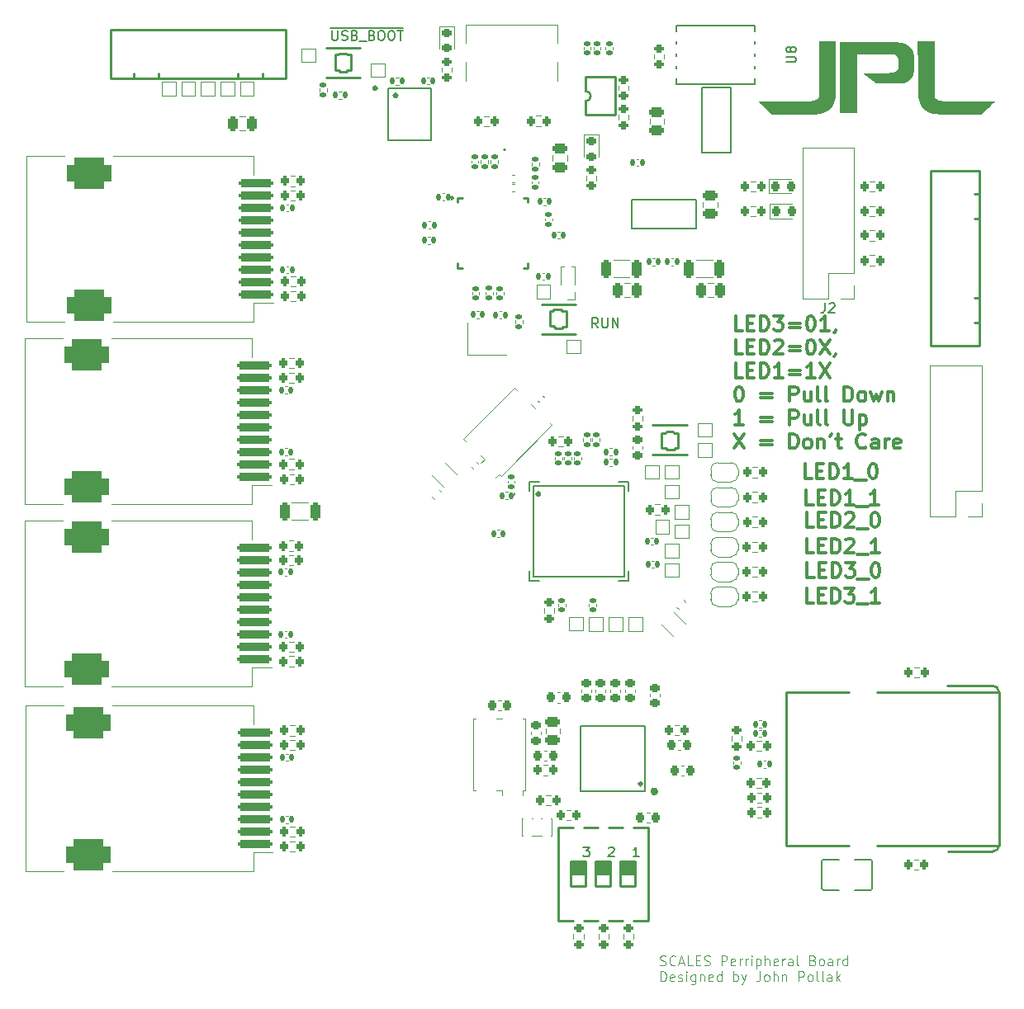
<source format=gbr>
%TF.GenerationSoftware,KiCad,Pcbnew,9.0.1*%
%TF.CreationDate,2025-07-09T12:24:18-07:00*%
%TF.ProjectId,peripheral_board_v1a,70657269-7068-4657-9261-6c5f626f6172,rev?*%
%TF.SameCoordinates,Original*%
%TF.FileFunction,Legend,Top*%
%TF.FilePolarity,Positive*%
%FSLAX46Y46*%
G04 Gerber Fmt 4.6, Leading zero omitted, Abs format (unit mm)*
G04 Created by KiCad (PCBNEW 9.0.1) date 2025-07-09 12:24:18*
%MOMM*%
%LPD*%
G01*
G04 APERTURE LIST*
G04 Aperture macros list*
%AMRoundRect*
0 Rectangle with rounded corners*
0 $1 Rounding radius*
0 $2 $3 $4 $5 $6 $7 $8 $9 X,Y pos of 4 corners*
0 Add a 4 corners polygon primitive as box body*
4,1,4,$2,$3,$4,$5,$6,$7,$8,$9,$2,$3,0*
0 Add four circle primitives for the rounded corners*
1,1,$1+$1,$2,$3*
1,1,$1+$1,$4,$5*
1,1,$1+$1,$6,$7*
1,1,$1+$1,$8,$9*
0 Add four rect primitives between the rounded corners*
20,1,$1+$1,$2,$3,$4,$5,0*
20,1,$1+$1,$4,$5,$6,$7,0*
20,1,$1+$1,$6,$7,$8,$9,0*
20,1,$1+$1,$8,$9,$2,$3,0*%
%AMRotRect*
0 Rectangle, with rotation*
0 The origin of the aperture is its center*
0 $1 length*
0 $2 width*
0 $3 Rotation angle, in degrees counterclockwise*
0 Add horizontal line*
21,1,$1,$2,0,0,$3*%
%AMFreePoly0*
4,1,23,0.500000,-0.750000,0.000000,-0.750000,0.000000,-0.745722,-0.065263,-0.745722,-0.191342,-0.711940,-0.304381,-0.646677,-0.396677,-0.554381,-0.461940,-0.441342,-0.495722,-0.315263,-0.495722,-0.250000,-0.500000,-0.250000,-0.500000,0.250000,-0.495722,0.250000,-0.495722,0.315263,-0.461940,0.441342,-0.396677,0.554381,-0.304381,0.646677,-0.191342,0.711940,-0.065263,0.745722,0.000000,0.745722,
0.000000,0.750000,0.500000,0.750000,0.500000,-0.750000,0.500000,-0.750000,$1*%
%AMFreePoly1*
4,1,23,0.000000,0.745722,0.065263,0.745722,0.191342,0.711940,0.304381,0.646677,0.396677,0.554381,0.461940,0.441342,0.495722,0.315263,0.495722,0.250000,0.500000,0.250000,0.500000,-0.250000,0.495722,-0.250000,0.495722,-0.315263,0.461940,-0.441342,0.396677,-0.554381,0.304381,-0.646677,0.191342,-0.711940,0.065263,-0.745722,0.000000,-0.745722,0.000000,-0.750000,-0.500000,-0.750000,
-0.500000,0.750000,0.000000,0.750000,0.000000,0.745722,0.000000,0.745722,$1*%
G04 Aperture macros list end*
%ADD10C,0.300000*%
%ADD11C,0.150000*%
%ADD12C,0.125000*%
%ADD13C,0.200000*%
%ADD14C,0.120000*%
%ADD15C,0.250000*%
%ADD16C,0.400000*%
%ADD17C,0.100000*%
%ADD18C,0.000000*%
%ADD19C,0.191421*%
%ADD20RoundRect,0.200000X0.275000X-0.200000X0.275000X0.200000X-0.275000X0.200000X-0.275000X-0.200000X0*%
%ADD21R,1.000000X1.000000*%
%ADD22RoundRect,0.140000X0.170000X-0.140000X0.170000X0.140000X-0.170000X0.140000X-0.170000X-0.140000X0*%
%ADD23RoundRect,0.140000X-0.140000X-0.170000X0.140000X-0.170000X0.140000X0.170000X-0.140000X0.170000X0*%
%ADD24R,1.700000X1.700000*%
%ADD25C,1.700000*%
%ADD26RoundRect,0.200000X-0.200000X-0.275000X0.200000X-0.275000X0.200000X0.275000X-0.200000X0.275000X0*%
%ADD27RoundRect,0.200000X0.200000X0.275000X-0.200000X0.275000X-0.200000X-0.275000X0.200000X-0.275000X0*%
%ADD28RoundRect,0.200000X-0.275000X0.200000X-0.275000X-0.200000X0.275000X-0.200000X0.275000X0.200000X0*%
%ADD29RoundRect,0.140000X0.140000X0.170000X-0.140000X0.170000X-0.140000X-0.170000X0.140000X-0.170000X0*%
%ADD30RoundRect,0.218750X-0.218750X-0.256250X0.218750X-0.256250X0.218750X0.256250X-0.218750X0.256250X0*%
%ADD31R,1.100000X2.500000*%
%ADD32R,3.600000X2.340000*%
%ADD33RotRect,2.100000X1.700000X45.000000*%
%ADD34RoundRect,0.140000X-0.170000X0.140000X-0.170000X-0.140000X0.170000X-0.140000X0.170000X0.140000X0*%
%ADD35RoundRect,0.225000X-0.250000X0.225000X-0.250000X-0.225000X0.250000X-0.225000X0.250000X0.225000X0*%
%ADD36RoundRect,0.135000X-0.135000X-0.185000X0.135000X-0.185000X0.135000X0.185000X-0.135000X0.185000X0*%
%ADD37RoundRect,0.218750X-0.256250X0.218750X-0.256250X-0.218750X0.256250X-0.218750X0.256250X0.218750X0*%
%ADD38R,1.150000X1.050000*%
%ADD39RoundRect,0.135000X0.185000X-0.135000X0.185000X0.135000X-0.185000X0.135000X-0.185000X-0.135000X0*%
%ADD40R,0.850000X0.850000*%
%ADD41C,0.850000*%
%ADD42O,1.500000X0.270000*%
%ADD43O,0.270000X1.500000*%
%ADD44RoundRect,0.135000X-0.185000X0.135000X-0.185000X-0.135000X0.185000X-0.135000X0.185000X0.135000X0*%
%ADD45FreePoly0,0.000000*%
%ADD46FreePoly1,0.000000*%
%ADD47C,3.000000*%
%ADD48RoundRect,0.200000X1.550000X0.200000X-1.550000X0.200000X-1.550000X-0.200000X1.550000X-0.200000X0*%
%ADD49RoundRect,0.815000X1.485000X0.815000X-1.485000X0.815000X-1.485000X-0.815000X1.485000X-0.815000X0*%
%ADD50RoundRect,0.225000X0.225000X0.250000X-0.225000X0.250000X-0.225000X-0.250000X0.225000X-0.250000X0*%
%ADD51O,0.350000X1.450000*%
%ADD52R,1.630000X2.700000*%
%ADD53RoundRect,0.250000X0.689429X0.300520X0.300520X0.689429X-0.689429X-0.300520X-0.300520X-0.689429X0*%
%ADD54R,1.100000X0.600000*%
%ADD55R,4.000000X4.500000*%
%ADD56R,0.470000X0.530000*%
%ADD57C,5.000000*%
%ADD58R,1.460000X0.220000*%
%ADD59R,0.220000X1.460000*%
%ADD60O,2.250000X0.630000*%
%ADD61R,0.600000X1.100000*%
%ADD62R,1.400000X1.200000*%
%ADD63RoundRect,0.250000X-0.475000X0.250000X-0.475000X-0.250000X0.475000X-0.250000X0.475000X0.250000X0*%
%ADD64RoundRect,0.250000X-0.250000X-0.475000X0.250000X-0.475000X0.250000X0.475000X-0.250000X0.475000X0*%
%ADD65C,3.250000*%
%ADD66C,1.520000*%
%ADD67C,2.500000*%
%ADD68R,0.700000X1.700000*%
%ADD69RoundRect,0.225000X0.250000X-0.225000X0.250000X0.225000X-0.250000X0.225000X-0.250000X-0.225000X0*%
%ADD70RoundRect,0.225000X-0.335876X-0.017678X-0.017678X-0.335876X0.335876X0.017678X0.017678X0.335876X0*%
%ADD71RoundRect,0.135000X0.135000X0.185000X-0.135000X0.185000X-0.135000X-0.185000X0.135000X-0.185000X0*%
%ADD72RoundRect,0.140000X0.219203X0.021213X0.021213X0.219203X-0.219203X-0.021213X-0.021213X-0.219203X0*%
%ADD73R,1.700000X2.100000*%
%ADD74C,1.600000*%
%ADD75RoundRect,0.225000X0.335876X0.017678X0.017678X0.335876X-0.335876X-0.017678X-0.017678X-0.335876X0*%
%ADD76R,2.500000X1.100000*%
%ADD77R,2.340000X3.600000*%
%ADD78RoundRect,0.250000X0.275000X0.700000X-0.275000X0.700000X-0.275000X-0.700000X0.275000X-0.700000X0*%
%ADD79RoundRect,0.250000X-0.275000X-0.700000X0.275000X-0.700000X0.275000X0.700000X-0.275000X0.700000X0*%
%ADD80RoundRect,0.218750X0.218750X0.256250X-0.218750X0.256250X-0.218750X-0.256250X0.218750X-0.256250X0*%
%ADD81RoundRect,0.250000X0.250000X0.475000X-0.250000X0.475000X-0.250000X-0.475000X0.250000X-0.475000X0*%
%ADD82RoundRect,0.250000X-0.689429X-0.300520X-0.300520X-0.689429X0.689429X0.300520X0.300520X0.689429X0*%
%ADD83R,1.400000X1.400000*%
%ADD84C,1.400000*%
%ADD85RoundRect,0.140000X-0.219203X-0.021213X-0.021213X-0.219203X0.219203X0.021213X0.021213X0.219203X0*%
%ADD86R,0.880000X0.200000*%
%ADD87R,0.200000X0.880000*%
%ADD88R,3.400000X3.400000*%
%ADD89RoundRect,0.225000X-0.225000X-0.250000X0.225000X-0.250000X0.225000X0.250000X-0.225000X0.250000X0*%
%ADD90C,0.650000*%
%ADD91R,0.600000X1.450000*%
%ADD92R,0.300000X1.450000*%
%ADD93O,1.000000X2.100000*%
%ADD94O,1.000000X1.600000*%
G04 APERTURE END LIST*
D10*
X170818796Y-73626248D02*
X170104510Y-73626248D01*
X170104510Y-73626248D02*
X170104510Y-72126248D01*
X171318796Y-72840534D02*
X171818796Y-72840534D01*
X172033082Y-73626248D02*
X171318796Y-73626248D01*
X171318796Y-73626248D02*
X171318796Y-72126248D01*
X171318796Y-72126248D02*
X172033082Y-72126248D01*
X172675939Y-73626248D02*
X172675939Y-72126248D01*
X172675939Y-72126248D02*
X173033082Y-72126248D01*
X173033082Y-72126248D02*
X173247368Y-72197677D01*
X173247368Y-72197677D02*
X173390225Y-72340534D01*
X173390225Y-72340534D02*
X173461654Y-72483391D01*
X173461654Y-72483391D02*
X173533082Y-72769105D01*
X173533082Y-72769105D02*
X173533082Y-72983391D01*
X173533082Y-72983391D02*
X173461654Y-73269105D01*
X173461654Y-73269105D02*
X173390225Y-73411962D01*
X173390225Y-73411962D02*
X173247368Y-73554820D01*
X173247368Y-73554820D02*
X173033082Y-73626248D01*
X173033082Y-73626248D02*
X172675939Y-73626248D01*
X174033082Y-72126248D02*
X174961654Y-72126248D01*
X174961654Y-72126248D02*
X174461654Y-72697677D01*
X174461654Y-72697677D02*
X174675939Y-72697677D01*
X174675939Y-72697677D02*
X174818797Y-72769105D01*
X174818797Y-72769105D02*
X174890225Y-72840534D01*
X174890225Y-72840534D02*
X174961654Y-72983391D01*
X174961654Y-72983391D02*
X174961654Y-73340534D01*
X174961654Y-73340534D02*
X174890225Y-73483391D01*
X174890225Y-73483391D02*
X174818797Y-73554820D01*
X174818797Y-73554820D02*
X174675939Y-73626248D01*
X174675939Y-73626248D02*
X174247368Y-73626248D01*
X174247368Y-73626248D02*
X174104511Y-73554820D01*
X174104511Y-73554820D02*
X174033082Y-73483391D01*
X175604510Y-72840534D02*
X176747368Y-72840534D01*
X176747368Y-73269105D02*
X175604510Y-73269105D01*
X177747368Y-72126248D02*
X177890225Y-72126248D01*
X177890225Y-72126248D02*
X178033082Y-72197677D01*
X178033082Y-72197677D02*
X178104511Y-72269105D01*
X178104511Y-72269105D02*
X178175939Y-72411962D01*
X178175939Y-72411962D02*
X178247368Y-72697677D01*
X178247368Y-72697677D02*
X178247368Y-73054820D01*
X178247368Y-73054820D02*
X178175939Y-73340534D01*
X178175939Y-73340534D02*
X178104511Y-73483391D01*
X178104511Y-73483391D02*
X178033082Y-73554820D01*
X178033082Y-73554820D02*
X177890225Y-73626248D01*
X177890225Y-73626248D02*
X177747368Y-73626248D01*
X177747368Y-73626248D02*
X177604511Y-73554820D01*
X177604511Y-73554820D02*
X177533082Y-73483391D01*
X177533082Y-73483391D02*
X177461653Y-73340534D01*
X177461653Y-73340534D02*
X177390225Y-73054820D01*
X177390225Y-73054820D02*
X177390225Y-72697677D01*
X177390225Y-72697677D02*
X177461653Y-72411962D01*
X177461653Y-72411962D02*
X177533082Y-72269105D01*
X177533082Y-72269105D02*
X177604511Y-72197677D01*
X177604511Y-72197677D02*
X177747368Y-72126248D01*
X179675939Y-73626248D02*
X178818796Y-73626248D01*
X179247367Y-73626248D02*
X179247367Y-72126248D01*
X179247367Y-72126248D02*
X179104510Y-72340534D01*
X179104510Y-72340534D02*
X178961653Y-72483391D01*
X178961653Y-72483391D02*
X178818796Y-72554820D01*
X180390224Y-73554820D02*
X180390224Y-73626248D01*
X180390224Y-73626248D02*
X180318795Y-73769105D01*
X180318795Y-73769105D02*
X180247367Y-73840534D01*
X170818796Y-76041164D02*
X170104510Y-76041164D01*
X170104510Y-76041164D02*
X170104510Y-74541164D01*
X171318796Y-75255450D02*
X171818796Y-75255450D01*
X172033082Y-76041164D02*
X171318796Y-76041164D01*
X171318796Y-76041164D02*
X171318796Y-74541164D01*
X171318796Y-74541164D02*
X172033082Y-74541164D01*
X172675939Y-76041164D02*
X172675939Y-74541164D01*
X172675939Y-74541164D02*
X173033082Y-74541164D01*
X173033082Y-74541164D02*
X173247368Y-74612593D01*
X173247368Y-74612593D02*
X173390225Y-74755450D01*
X173390225Y-74755450D02*
X173461654Y-74898307D01*
X173461654Y-74898307D02*
X173533082Y-75184021D01*
X173533082Y-75184021D02*
X173533082Y-75398307D01*
X173533082Y-75398307D02*
X173461654Y-75684021D01*
X173461654Y-75684021D02*
X173390225Y-75826878D01*
X173390225Y-75826878D02*
X173247368Y-75969736D01*
X173247368Y-75969736D02*
X173033082Y-76041164D01*
X173033082Y-76041164D02*
X172675939Y-76041164D01*
X174104511Y-74684021D02*
X174175939Y-74612593D01*
X174175939Y-74612593D02*
X174318797Y-74541164D01*
X174318797Y-74541164D02*
X174675939Y-74541164D01*
X174675939Y-74541164D02*
X174818797Y-74612593D01*
X174818797Y-74612593D02*
X174890225Y-74684021D01*
X174890225Y-74684021D02*
X174961654Y-74826878D01*
X174961654Y-74826878D02*
X174961654Y-74969736D01*
X174961654Y-74969736D02*
X174890225Y-75184021D01*
X174890225Y-75184021D02*
X174033082Y-76041164D01*
X174033082Y-76041164D02*
X174961654Y-76041164D01*
X175604510Y-75255450D02*
X176747368Y-75255450D01*
X176747368Y-75684021D02*
X175604510Y-75684021D01*
X177747368Y-74541164D02*
X177890225Y-74541164D01*
X177890225Y-74541164D02*
X178033082Y-74612593D01*
X178033082Y-74612593D02*
X178104511Y-74684021D01*
X178104511Y-74684021D02*
X178175939Y-74826878D01*
X178175939Y-74826878D02*
X178247368Y-75112593D01*
X178247368Y-75112593D02*
X178247368Y-75469736D01*
X178247368Y-75469736D02*
X178175939Y-75755450D01*
X178175939Y-75755450D02*
X178104511Y-75898307D01*
X178104511Y-75898307D02*
X178033082Y-75969736D01*
X178033082Y-75969736D02*
X177890225Y-76041164D01*
X177890225Y-76041164D02*
X177747368Y-76041164D01*
X177747368Y-76041164D02*
X177604511Y-75969736D01*
X177604511Y-75969736D02*
X177533082Y-75898307D01*
X177533082Y-75898307D02*
X177461653Y-75755450D01*
X177461653Y-75755450D02*
X177390225Y-75469736D01*
X177390225Y-75469736D02*
X177390225Y-75112593D01*
X177390225Y-75112593D02*
X177461653Y-74826878D01*
X177461653Y-74826878D02*
X177533082Y-74684021D01*
X177533082Y-74684021D02*
X177604511Y-74612593D01*
X177604511Y-74612593D02*
X177747368Y-74541164D01*
X178747367Y-74541164D02*
X179747367Y-76041164D01*
X179747367Y-74541164D02*
X178747367Y-76041164D01*
X180390224Y-75969736D02*
X180390224Y-76041164D01*
X180390224Y-76041164D02*
X180318795Y-76184021D01*
X180318795Y-76184021D02*
X180247367Y-76255450D01*
X170818796Y-78456080D02*
X170104510Y-78456080D01*
X170104510Y-78456080D02*
X170104510Y-76956080D01*
X171318796Y-77670366D02*
X171818796Y-77670366D01*
X172033082Y-78456080D02*
X171318796Y-78456080D01*
X171318796Y-78456080D02*
X171318796Y-76956080D01*
X171318796Y-76956080D02*
X172033082Y-76956080D01*
X172675939Y-78456080D02*
X172675939Y-76956080D01*
X172675939Y-76956080D02*
X173033082Y-76956080D01*
X173033082Y-76956080D02*
X173247368Y-77027509D01*
X173247368Y-77027509D02*
X173390225Y-77170366D01*
X173390225Y-77170366D02*
X173461654Y-77313223D01*
X173461654Y-77313223D02*
X173533082Y-77598937D01*
X173533082Y-77598937D02*
X173533082Y-77813223D01*
X173533082Y-77813223D02*
X173461654Y-78098937D01*
X173461654Y-78098937D02*
X173390225Y-78241794D01*
X173390225Y-78241794D02*
X173247368Y-78384652D01*
X173247368Y-78384652D02*
X173033082Y-78456080D01*
X173033082Y-78456080D02*
X172675939Y-78456080D01*
X174961654Y-78456080D02*
X174104511Y-78456080D01*
X174533082Y-78456080D02*
X174533082Y-76956080D01*
X174533082Y-76956080D02*
X174390225Y-77170366D01*
X174390225Y-77170366D02*
X174247368Y-77313223D01*
X174247368Y-77313223D02*
X174104511Y-77384652D01*
X175604510Y-77670366D02*
X176747368Y-77670366D01*
X176747368Y-78098937D02*
X175604510Y-78098937D01*
X178247368Y-78456080D02*
X177390225Y-78456080D01*
X177818796Y-78456080D02*
X177818796Y-76956080D01*
X177818796Y-76956080D02*
X177675939Y-77170366D01*
X177675939Y-77170366D02*
X177533082Y-77313223D01*
X177533082Y-77313223D02*
X177390225Y-77384652D01*
X178747367Y-76956080D02*
X179747367Y-78456080D01*
X179747367Y-76956080D02*
X178747367Y-78456080D01*
X170390225Y-79370996D02*
X170533082Y-79370996D01*
X170533082Y-79370996D02*
X170675939Y-79442425D01*
X170675939Y-79442425D02*
X170747368Y-79513853D01*
X170747368Y-79513853D02*
X170818796Y-79656710D01*
X170818796Y-79656710D02*
X170890225Y-79942425D01*
X170890225Y-79942425D02*
X170890225Y-80299568D01*
X170890225Y-80299568D02*
X170818796Y-80585282D01*
X170818796Y-80585282D02*
X170747368Y-80728139D01*
X170747368Y-80728139D02*
X170675939Y-80799568D01*
X170675939Y-80799568D02*
X170533082Y-80870996D01*
X170533082Y-80870996D02*
X170390225Y-80870996D01*
X170390225Y-80870996D02*
X170247368Y-80799568D01*
X170247368Y-80799568D02*
X170175939Y-80728139D01*
X170175939Y-80728139D02*
X170104510Y-80585282D01*
X170104510Y-80585282D02*
X170033082Y-80299568D01*
X170033082Y-80299568D02*
X170033082Y-79942425D01*
X170033082Y-79942425D02*
X170104510Y-79656710D01*
X170104510Y-79656710D02*
X170175939Y-79513853D01*
X170175939Y-79513853D02*
X170247368Y-79442425D01*
X170247368Y-79442425D02*
X170390225Y-79370996D01*
X172675938Y-80085282D02*
X173818796Y-80085282D01*
X173818796Y-80513853D02*
X172675938Y-80513853D01*
X175675938Y-80870996D02*
X175675938Y-79370996D01*
X175675938Y-79370996D02*
X176247367Y-79370996D01*
X176247367Y-79370996D02*
X176390224Y-79442425D01*
X176390224Y-79442425D02*
X176461653Y-79513853D01*
X176461653Y-79513853D02*
X176533081Y-79656710D01*
X176533081Y-79656710D02*
X176533081Y-79870996D01*
X176533081Y-79870996D02*
X176461653Y-80013853D01*
X176461653Y-80013853D02*
X176390224Y-80085282D01*
X176390224Y-80085282D02*
X176247367Y-80156710D01*
X176247367Y-80156710D02*
X175675938Y-80156710D01*
X177818796Y-79870996D02*
X177818796Y-80870996D01*
X177175938Y-79870996D02*
X177175938Y-80656710D01*
X177175938Y-80656710D02*
X177247367Y-80799568D01*
X177247367Y-80799568D02*
X177390224Y-80870996D01*
X177390224Y-80870996D02*
X177604510Y-80870996D01*
X177604510Y-80870996D02*
X177747367Y-80799568D01*
X177747367Y-80799568D02*
X177818796Y-80728139D01*
X178747367Y-80870996D02*
X178604510Y-80799568D01*
X178604510Y-80799568D02*
X178533081Y-80656710D01*
X178533081Y-80656710D02*
X178533081Y-79370996D01*
X179533081Y-80870996D02*
X179390224Y-80799568D01*
X179390224Y-80799568D02*
X179318795Y-80656710D01*
X179318795Y-80656710D02*
X179318795Y-79370996D01*
X181247366Y-80870996D02*
X181247366Y-79370996D01*
X181247366Y-79370996D02*
X181604509Y-79370996D01*
X181604509Y-79370996D02*
X181818795Y-79442425D01*
X181818795Y-79442425D02*
X181961652Y-79585282D01*
X181961652Y-79585282D02*
X182033081Y-79728139D01*
X182033081Y-79728139D02*
X182104509Y-80013853D01*
X182104509Y-80013853D02*
X182104509Y-80228139D01*
X182104509Y-80228139D02*
X182033081Y-80513853D01*
X182033081Y-80513853D02*
X181961652Y-80656710D01*
X181961652Y-80656710D02*
X181818795Y-80799568D01*
X181818795Y-80799568D02*
X181604509Y-80870996D01*
X181604509Y-80870996D02*
X181247366Y-80870996D01*
X182961652Y-80870996D02*
X182818795Y-80799568D01*
X182818795Y-80799568D02*
X182747366Y-80728139D01*
X182747366Y-80728139D02*
X182675938Y-80585282D01*
X182675938Y-80585282D02*
X182675938Y-80156710D01*
X182675938Y-80156710D02*
X182747366Y-80013853D01*
X182747366Y-80013853D02*
X182818795Y-79942425D01*
X182818795Y-79942425D02*
X182961652Y-79870996D01*
X182961652Y-79870996D02*
X183175938Y-79870996D01*
X183175938Y-79870996D02*
X183318795Y-79942425D01*
X183318795Y-79942425D02*
X183390224Y-80013853D01*
X183390224Y-80013853D02*
X183461652Y-80156710D01*
X183461652Y-80156710D02*
X183461652Y-80585282D01*
X183461652Y-80585282D02*
X183390224Y-80728139D01*
X183390224Y-80728139D02*
X183318795Y-80799568D01*
X183318795Y-80799568D02*
X183175938Y-80870996D01*
X183175938Y-80870996D02*
X182961652Y-80870996D01*
X183961652Y-79870996D02*
X184247367Y-80870996D01*
X184247367Y-80870996D02*
X184533081Y-80156710D01*
X184533081Y-80156710D02*
X184818795Y-80870996D01*
X184818795Y-80870996D02*
X185104509Y-79870996D01*
X185675938Y-79870996D02*
X185675938Y-80870996D01*
X185675938Y-80013853D02*
X185747367Y-79942425D01*
X185747367Y-79942425D02*
X185890224Y-79870996D01*
X185890224Y-79870996D02*
X186104510Y-79870996D01*
X186104510Y-79870996D02*
X186247367Y-79942425D01*
X186247367Y-79942425D02*
X186318796Y-80085282D01*
X186318796Y-80085282D02*
X186318796Y-80870996D01*
X170890225Y-83285912D02*
X170033082Y-83285912D01*
X170461653Y-83285912D02*
X170461653Y-81785912D01*
X170461653Y-81785912D02*
X170318796Y-82000198D01*
X170318796Y-82000198D02*
X170175939Y-82143055D01*
X170175939Y-82143055D02*
X170033082Y-82214484D01*
X172675938Y-82500198D02*
X173818796Y-82500198D01*
X173818796Y-82928769D02*
X172675938Y-82928769D01*
X175675938Y-83285912D02*
X175675938Y-81785912D01*
X175675938Y-81785912D02*
X176247367Y-81785912D01*
X176247367Y-81785912D02*
X176390224Y-81857341D01*
X176390224Y-81857341D02*
X176461653Y-81928769D01*
X176461653Y-81928769D02*
X176533081Y-82071626D01*
X176533081Y-82071626D02*
X176533081Y-82285912D01*
X176533081Y-82285912D02*
X176461653Y-82428769D01*
X176461653Y-82428769D02*
X176390224Y-82500198D01*
X176390224Y-82500198D02*
X176247367Y-82571626D01*
X176247367Y-82571626D02*
X175675938Y-82571626D01*
X177818796Y-82285912D02*
X177818796Y-83285912D01*
X177175938Y-82285912D02*
X177175938Y-83071626D01*
X177175938Y-83071626D02*
X177247367Y-83214484D01*
X177247367Y-83214484D02*
X177390224Y-83285912D01*
X177390224Y-83285912D02*
X177604510Y-83285912D01*
X177604510Y-83285912D02*
X177747367Y-83214484D01*
X177747367Y-83214484D02*
X177818796Y-83143055D01*
X178747367Y-83285912D02*
X178604510Y-83214484D01*
X178604510Y-83214484D02*
X178533081Y-83071626D01*
X178533081Y-83071626D02*
X178533081Y-81785912D01*
X179533081Y-83285912D02*
X179390224Y-83214484D01*
X179390224Y-83214484D02*
X179318795Y-83071626D01*
X179318795Y-83071626D02*
X179318795Y-81785912D01*
X181247366Y-81785912D02*
X181247366Y-83000198D01*
X181247366Y-83000198D02*
X181318795Y-83143055D01*
X181318795Y-83143055D02*
X181390224Y-83214484D01*
X181390224Y-83214484D02*
X181533081Y-83285912D01*
X181533081Y-83285912D02*
X181818795Y-83285912D01*
X181818795Y-83285912D02*
X181961652Y-83214484D01*
X181961652Y-83214484D02*
X182033081Y-83143055D01*
X182033081Y-83143055D02*
X182104509Y-83000198D01*
X182104509Y-83000198D02*
X182104509Y-81785912D01*
X182818795Y-82285912D02*
X182818795Y-83785912D01*
X182818795Y-82357341D02*
X182961653Y-82285912D01*
X182961653Y-82285912D02*
X183247367Y-82285912D01*
X183247367Y-82285912D02*
X183390224Y-82357341D01*
X183390224Y-82357341D02*
X183461653Y-82428769D01*
X183461653Y-82428769D02*
X183533081Y-82571626D01*
X183533081Y-82571626D02*
X183533081Y-83000198D01*
X183533081Y-83000198D02*
X183461653Y-83143055D01*
X183461653Y-83143055D02*
X183390224Y-83214484D01*
X183390224Y-83214484D02*
X183247367Y-83285912D01*
X183247367Y-83285912D02*
X182961653Y-83285912D01*
X182961653Y-83285912D02*
X182818795Y-83214484D01*
X169961653Y-84200828D02*
X170961653Y-85700828D01*
X170961653Y-84200828D02*
X169961653Y-85700828D01*
X172675938Y-84915114D02*
X173818796Y-84915114D01*
X173818796Y-85343685D02*
X172675938Y-85343685D01*
X175675938Y-85700828D02*
X175675938Y-84200828D01*
X175675938Y-84200828D02*
X176033081Y-84200828D01*
X176033081Y-84200828D02*
X176247367Y-84272257D01*
X176247367Y-84272257D02*
X176390224Y-84415114D01*
X176390224Y-84415114D02*
X176461653Y-84557971D01*
X176461653Y-84557971D02*
X176533081Y-84843685D01*
X176533081Y-84843685D02*
X176533081Y-85057971D01*
X176533081Y-85057971D02*
X176461653Y-85343685D01*
X176461653Y-85343685D02*
X176390224Y-85486542D01*
X176390224Y-85486542D02*
X176247367Y-85629400D01*
X176247367Y-85629400D02*
X176033081Y-85700828D01*
X176033081Y-85700828D02*
X175675938Y-85700828D01*
X177390224Y-85700828D02*
X177247367Y-85629400D01*
X177247367Y-85629400D02*
X177175938Y-85557971D01*
X177175938Y-85557971D02*
X177104510Y-85415114D01*
X177104510Y-85415114D02*
X177104510Y-84986542D01*
X177104510Y-84986542D02*
X177175938Y-84843685D01*
X177175938Y-84843685D02*
X177247367Y-84772257D01*
X177247367Y-84772257D02*
X177390224Y-84700828D01*
X177390224Y-84700828D02*
X177604510Y-84700828D01*
X177604510Y-84700828D02*
X177747367Y-84772257D01*
X177747367Y-84772257D02*
X177818796Y-84843685D01*
X177818796Y-84843685D02*
X177890224Y-84986542D01*
X177890224Y-84986542D02*
X177890224Y-85415114D01*
X177890224Y-85415114D02*
X177818796Y-85557971D01*
X177818796Y-85557971D02*
X177747367Y-85629400D01*
X177747367Y-85629400D02*
X177604510Y-85700828D01*
X177604510Y-85700828D02*
X177390224Y-85700828D01*
X178533081Y-84700828D02*
X178533081Y-85700828D01*
X178533081Y-84843685D02*
X178604510Y-84772257D01*
X178604510Y-84772257D02*
X178747367Y-84700828D01*
X178747367Y-84700828D02*
X178961653Y-84700828D01*
X178961653Y-84700828D02*
X179104510Y-84772257D01*
X179104510Y-84772257D02*
X179175939Y-84915114D01*
X179175939Y-84915114D02*
X179175939Y-85700828D01*
X179961653Y-84200828D02*
X179818796Y-84486542D01*
X180390225Y-84700828D02*
X180961653Y-84700828D01*
X180604510Y-84200828D02*
X180604510Y-85486542D01*
X180604510Y-85486542D02*
X180675939Y-85629400D01*
X180675939Y-85629400D02*
X180818796Y-85700828D01*
X180818796Y-85700828D02*
X180961653Y-85700828D01*
X183461653Y-85557971D02*
X183390225Y-85629400D01*
X183390225Y-85629400D02*
X183175939Y-85700828D01*
X183175939Y-85700828D02*
X183033082Y-85700828D01*
X183033082Y-85700828D02*
X182818796Y-85629400D01*
X182818796Y-85629400D02*
X182675939Y-85486542D01*
X182675939Y-85486542D02*
X182604510Y-85343685D01*
X182604510Y-85343685D02*
X182533082Y-85057971D01*
X182533082Y-85057971D02*
X182533082Y-84843685D01*
X182533082Y-84843685D02*
X182604510Y-84557971D01*
X182604510Y-84557971D02*
X182675939Y-84415114D01*
X182675939Y-84415114D02*
X182818796Y-84272257D01*
X182818796Y-84272257D02*
X183033082Y-84200828D01*
X183033082Y-84200828D02*
X183175939Y-84200828D01*
X183175939Y-84200828D02*
X183390225Y-84272257D01*
X183390225Y-84272257D02*
X183461653Y-84343685D01*
X184747368Y-85700828D02*
X184747368Y-84915114D01*
X184747368Y-84915114D02*
X184675939Y-84772257D01*
X184675939Y-84772257D02*
X184533082Y-84700828D01*
X184533082Y-84700828D02*
X184247368Y-84700828D01*
X184247368Y-84700828D02*
X184104510Y-84772257D01*
X184747368Y-85629400D02*
X184604510Y-85700828D01*
X184604510Y-85700828D02*
X184247368Y-85700828D01*
X184247368Y-85700828D02*
X184104510Y-85629400D01*
X184104510Y-85629400D02*
X184033082Y-85486542D01*
X184033082Y-85486542D02*
X184033082Y-85343685D01*
X184033082Y-85343685D02*
X184104510Y-85200828D01*
X184104510Y-85200828D02*
X184247368Y-85129400D01*
X184247368Y-85129400D02*
X184604510Y-85129400D01*
X184604510Y-85129400D02*
X184747368Y-85057971D01*
X185461653Y-85700828D02*
X185461653Y-84700828D01*
X185461653Y-84986542D02*
X185533082Y-84843685D01*
X185533082Y-84843685D02*
X185604511Y-84772257D01*
X185604511Y-84772257D02*
X185747368Y-84700828D01*
X185747368Y-84700828D02*
X185890225Y-84700828D01*
X186961653Y-85629400D02*
X186818796Y-85700828D01*
X186818796Y-85700828D02*
X186533082Y-85700828D01*
X186533082Y-85700828D02*
X186390224Y-85629400D01*
X186390224Y-85629400D02*
X186318796Y-85486542D01*
X186318796Y-85486542D02*
X186318796Y-84915114D01*
X186318796Y-84915114D02*
X186390224Y-84772257D01*
X186390224Y-84772257D02*
X186533082Y-84700828D01*
X186533082Y-84700828D02*
X186818796Y-84700828D01*
X186818796Y-84700828D02*
X186961653Y-84772257D01*
X186961653Y-84772257D02*
X187033082Y-84915114D01*
X187033082Y-84915114D02*
X187033082Y-85057971D01*
X187033082Y-85057971D02*
X186318796Y-85200828D01*
D11*
X128736779Y-42819819D02*
X128736779Y-43629342D01*
X128736779Y-43629342D02*
X128784398Y-43724580D01*
X128784398Y-43724580D02*
X128832017Y-43772200D01*
X128832017Y-43772200D02*
X128927255Y-43819819D01*
X128927255Y-43819819D02*
X129117731Y-43819819D01*
X129117731Y-43819819D02*
X129212969Y-43772200D01*
X129212969Y-43772200D02*
X129260588Y-43724580D01*
X129260588Y-43724580D02*
X129308207Y-43629342D01*
X129308207Y-43629342D02*
X129308207Y-42819819D01*
X129736779Y-43772200D02*
X129879636Y-43819819D01*
X129879636Y-43819819D02*
X130117731Y-43819819D01*
X130117731Y-43819819D02*
X130212969Y-43772200D01*
X130212969Y-43772200D02*
X130260588Y-43724580D01*
X130260588Y-43724580D02*
X130308207Y-43629342D01*
X130308207Y-43629342D02*
X130308207Y-43534104D01*
X130308207Y-43534104D02*
X130260588Y-43438866D01*
X130260588Y-43438866D02*
X130212969Y-43391247D01*
X130212969Y-43391247D02*
X130117731Y-43343628D01*
X130117731Y-43343628D02*
X129927255Y-43296009D01*
X129927255Y-43296009D02*
X129832017Y-43248390D01*
X129832017Y-43248390D02*
X129784398Y-43200771D01*
X129784398Y-43200771D02*
X129736779Y-43105533D01*
X129736779Y-43105533D02*
X129736779Y-43010295D01*
X129736779Y-43010295D02*
X129784398Y-42915057D01*
X129784398Y-42915057D02*
X129832017Y-42867438D01*
X129832017Y-42867438D02*
X129927255Y-42819819D01*
X129927255Y-42819819D02*
X130165350Y-42819819D01*
X130165350Y-42819819D02*
X130308207Y-42867438D01*
X131070112Y-43296009D02*
X131212969Y-43343628D01*
X131212969Y-43343628D02*
X131260588Y-43391247D01*
X131260588Y-43391247D02*
X131308207Y-43486485D01*
X131308207Y-43486485D02*
X131308207Y-43629342D01*
X131308207Y-43629342D02*
X131260588Y-43724580D01*
X131260588Y-43724580D02*
X131212969Y-43772200D01*
X131212969Y-43772200D02*
X131117731Y-43819819D01*
X131117731Y-43819819D02*
X130736779Y-43819819D01*
X130736779Y-43819819D02*
X130736779Y-42819819D01*
X130736779Y-42819819D02*
X131070112Y-42819819D01*
X131070112Y-42819819D02*
X131165350Y-42867438D01*
X131165350Y-42867438D02*
X131212969Y-42915057D01*
X131212969Y-42915057D02*
X131260588Y-43010295D01*
X131260588Y-43010295D02*
X131260588Y-43105533D01*
X131260588Y-43105533D02*
X131212969Y-43200771D01*
X131212969Y-43200771D02*
X131165350Y-43248390D01*
X131165350Y-43248390D02*
X131070112Y-43296009D01*
X131070112Y-43296009D02*
X130736779Y-43296009D01*
X131498684Y-43915057D02*
X132260588Y-43915057D01*
X132832017Y-43296009D02*
X132974874Y-43343628D01*
X132974874Y-43343628D02*
X133022493Y-43391247D01*
X133022493Y-43391247D02*
X133070112Y-43486485D01*
X133070112Y-43486485D02*
X133070112Y-43629342D01*
X133070112Y-43629342D02*
X133022493Y-43724580D01*
X133022493Y-43724580D02*
X132974874Y-43772200D01*
X132974874Y-43772200D02*
X132879636Y-43819819D01*
X132879636Y-43819819D02*
X132498684Y-43819819D01*
X132498684Y-43819819D02*
X132498684Y-42819819D01*
X132498684Y-42819819D02*
X132832017Y-42819819D01*
X132832017Y-42819819D02*
X132927255Y-42867438D01*
X132927255Y-42867438D02*
X132974874Y-42915057D01*
X132974874Y-42915057D02*
X133022493Y-43010295D01*
X133022493Y-43010295D02*
X133022493Y-43105533D01*
X133022493Y-43105533D02*
X132974874Y-43200771D01*
X132974874Y-43200771D02*
X132927255Y-43248390D01*
X132927255Y-43248390D02*
X132832017Y-43296009D01*
X132832017Y-43296009D02*
X132498684Y-43296009D01*
X133689160Y-42819819D02*
X133879636Y-42819819D01*
X133879636Y-42819819D02*
X133974874Y-42867438D01*
X133974874Y-42867438D02*
X134070112Y-42962676D01*
X134070112Y-42962676D02*
X134117731Y-43153152D01*
X134117731Y-43153152D02*
X134117731Y-43486485D01*
X134117731Y-43486485D02*
X134070112Y-43676961D01*
X134070112Y-43676961D02*
X133974874Y-43772200D01*
X133974874Y-43772200D02*
X133879636Y-43819819D01*
X133879636Y-43819819D02*
X133689160Y-43819819D01*
X133689160Y-43819819D02*
X133593922Y-43772200D01*
X133593922Y-43772200D02*
X133498684Y-43676961D01*
X133498684Y-43676961D02*
X133451065Y-43486485D01*
X133451065Y-43486485D02*
X133451065Y-43153152D01*
X133451065Y-43153152D02*
X133498684Y-42962676D01*
X133498684Y-42962676D02*
X133593922Y-42867438D01*
X133593922Y-42867438D02*
X133689160Y-42819819D01*
X134736779Y-42819819D02*
X134927255Y-42819819D01*
X134927255Y-42819819D02*
X135022493Y-42867438D01*
X135022493Y-42867438D02*
X135117731Y-42962676D01*
X135117731Y-42962676D02*
X135165350Y-43153152D01*
X135165350Y-43153152D02*
X135165350Y-43486485D01*
X135165350Y-43486485D02*
X135117731Y-43676961D01*
X135117731Y-43676961D02*
X135022493Y-43772200D01*
X135022493Y-43772200D02*
X134927255Y-43819819D01*
X134927255Y-43819819D02*
X134736779Y-43819819D01*
X134736779Y-43819819D02*
X134641541Y-43772200D01*
X134641541Y-43772200D02*
X134546303Y-43676961D01*
X134546303Y-43676961D02*
X134498684Y-43486485D01*
X134498684Y-43486485D02*
X134498684Y-43153152D01*
X134498684Y-43153152D02*
X134546303Y-42962676D01*
X134546303Y-42962676D02*
X134641541Y-42867438D01*
X134641541Y-42867438D02*
X134736779Y-42819819D01*
X135451065Y-42819819D02*
X136022493Y-42819819D01*
X135736779Y-43819819D02*
X135736779Y-42819819D01*
X128598684Y-42542200D02*
X136017732Y-42542200D01*
X156008207Y-73319819D02*
X155674874Y-72843628D01*
X155436779Y-73319819D02*
X155436779Y-72319819D01*
X155436779Y-72319819D02*
X155817731Y-72319819D01*
X155817731Y-72319819D02*
X155912969Y-72367438D01*
X155912969Y-72367438D02*
X155960588Y-72415057D01*
X155960588Y-72415057D02*
X156008207Y-72510295D01*
X156008207Y-72510295D02*
X156008207Y-72653152D01*
X156008207Y-72653152D02*
X155960588Y-72748390D01*
X155960588Y-72748390D02*
X155912969Y-72796009D01*
X155912969Y-72796009D02*
X155817731Y-72843628D01*
X155817731Y-72843628D02*
X155436779Y-72843628D01*
X156436779Y-72319819D02*
X156436779Y-73129342D01*
X156436779Y-73129342D02*
X156484398Y-73224580D01*
X156484398Y-73224580D02*
X156532017Y-73272200D01*
X156532017Y-73272200D02*
X156627255Y-73319819D01*
X156627255Y-73319819D02*
X156817731Y-73319819D01*
X156817731Y-73319819D02*
X156912969Y-73272200D01*
X156912969Y-73272200D02*
X156960588Y-73224580D01*
X156960588Y-73224580D02*
X157008207Y-73129342D01*
X157008207Y-73129342D02*
X157008207Y-72319819D01*
X157484398Y-73319819D02*
X157484398Y-72319819D01*
X157484398Y-72319819D02*
X158055826Y-73319819D01*
X158055826Y-73319819D02*
X158055826Y-72319819D01*
D10*
X177918796Y-88800828D02*
X177204510Y-88800828D01*
X177204510Y-88800828D02*
X177204510Y-87300828D01*
X178418796Y-88015114D02*
X178918796Y-88015114D01*
X179133082Y-88800828D02*
X178418796Y-88800828D01*
X178418796Y-88800828D02*
X178418796Y-87300828D01*
X178418796Y-87300828D02*
X179133082Y-87300828D01*
X179775939Y-88800828D02*
X179775939Y-87300828D01*
X179775939Y-87300828D02*
X180133082Y-87300828D01*
X180133082Y-87300828D02*
X180347368Y-87372257D01*
X180347368Y-87372257D02*
X180490225Y-87515114D01*
X180490225Y-87515114D02*
X180561654Y-87657971D01*
X180561654Y-87657971D02*
X180633082Y-87943685D01*
X180633082Y-87943685D02*
X180633082Y-88157971D01*
X180633082Y-88157971D02*
X180561654Y-88443685D01*
X180561654Y-88443685D02*
X180490225Y-88586542D01*
X180490225Y-88586542D02*
X180347368Y-88729400D01*
X180347368Y-88729400D02*
X180133082Y-88800828D01*
X180133082Y-88800828D02*
X179775939Y-88800828D01*
X182061654Y-88800828D02*
X181204511Y-88800828D01*
X181633082Y-88800828D02*
X181633082Y-87300828D01*
X181633082Y-87300828D02*
X181490225Y-87515114D01*
X181490225Y-87515114D02*
X181347368Y-87657971D01*
X181347368Y-87657971D02*
X181204511Y-87729400D01*
X182347368Y-88943685D02*
X183490225Y-88943685D01*
X184133082Y-87300828D02*
X184275939Y-87300828D01*
X184275939Y-87300828D02*
X184418796Y-87372257D01*
X184418796Y-87372257D02*
X184490225Y-87443685D01*
X184490225Y-87443685D02*
X184561653Y-87586542D01*
X184561653Y-87586542D02*
X184633082Y-87872257D01*
X184633082Y-87872257D02*
X184633082Y-88229400D01*
X184633082Y-88229400D02*
X184561653Y-88515114D01*
X184561653Y-88515114D02*
X184490225Y-88657971D01*
X184490225Y-88657971D02*
X184418796Y-88729400D01*
X184418796Y-88729400D02*
X184275939Y-88800828D01*
X184275939Y-88800828D02*
X184133082Y-88800828D01*
X184133082Y-88800828D02*
X183990225Y-88729400D01*
X183990225Y-88729400D02*
X183918796Y-88657971D01*
X183918796Y-88657971D02*
X183847367Y-88515114D01*
X183847367Y-88515114D02*
X183775939Y-88229400D01*
X183775939Y-88229400D02*
X183775939Y-87872257D01*
X183775939Y-87872257D02*
X183847367Y-87586542D01*
X183847367Y-87586542D02*
X183918796Y-87443685D01*
X183918796Y-87443685D02*
X183990225Y-87372257D01*
X183990225Y-87372257D02*
X184133082Y-87300828D01*
X178118796Y-101550828D02*
X177404510Y-101550828D01*
X177404510Y-101550828D02*
X177404510Y-100050828D01*
X178618796Y-100765114D02*
X179118796Y-100765114D01*
X179333082Y-101550828D02*
X178618796Y-101550828D01*
X178618796Y-101550828D02*
X178618796Y-100050828D01*
X178618796Y-100050828D02*
X179333082Y-100050828D01*
X179975939Y-101550828D02*
X179975939Y-100050828D01*
X179975939Y-100050828D02*
X180333082Y-100050828D01*
X180333082Y-100050828D02*
X180547368Y-100122257D01*
X180547368Y-100122257D02*
X180690225Y-100265114D01*
X180690225Y-100265114D02*
X180761654Y-100407971D01*
X180761654Y-100407971D02*
X180833082Y-100693685D01*
X180833082Y-100693685D02*
X180833082Y-100907971D01*
X180833082Y-100907971D02*
X180761654Y-101193685D01*
X180761654Y-101193685D02*
X180690225Y-101336542D01*
X180690225Y-101336542D02*
X180547368Y-101479400D01*
X180547368Y-101479400D02*
X180333082Y-101550828D01*
X180333082Y-101550828D02*
X179975939Y-101550828D01*
X181333082Y-100050828D02*
X182261654Y-100050828D01*
X182261654Y-100050828D02*
X181761654Y-100622257D01*
X181761654Y-100622257D02*
X181975939Y-100622257D01*
X181975939Y-100622257D02*
X182118797Y-100693685D01*
X182118797Y-100693685D02*
X182190225Y-100765114D01*
X182190225Y-100765114D02*
X182261654Y-100907971D01*
X182261654Y-100907971D02*
X182261654Y-101265114D01*
X182261654Y-101265114D02*
X182190225Y-101407971D01*
X182190225Y-101407971D02*
X182118797Y-101479400D01*
X182118797Y-101479400D02*
X181975939Y-101550828D01*
X181975939Y-101550828D02*
X181547368Y-101550828D01*
X181547368Y-101550828D02*
X181404511Y-101479400D01*
X181404511Y-101479400D02*
X181333082Y-101407971D01*
X182547368Y-101693685D02*
X183690225Y-101693685D01*
X184833082Y-101550828D02*
X183975939Y-101550828D01*
X184404510Y-101550828D02*
X184404510Y-100050828D01*
X184404510Y-100050828D02*
X184261653Y-100265114D01*
X184261653Y-100265114D02*
X184118796Y-100407971D01*
X184118796Y-100407971D02*
X183975939Y-100479400D01*
X178118796Y-93800828D02*
X177404510Y-93800828D01*
X177404510Y-93800828D02*
X177404510Y-92300828D01*
X178618796Y-93015114D02*
X179118796Y-93015114D01*
X179333082Y-93800828D02*
X178618796Y-93800828D01*
X178618796Y-93800828D02*
X178618796Y-92300828D01*
X178618796Y-92300828D02*
X179333082Y-92300828D01*
X179975939Y-93800828D02*
X179975939Y-92300828D01*
X179975939Y-92300828D02*
X180333082Y-92300828D01*
X180333082Y-92300828D02*
X180547368Y-92372257D01*
X180547368Y-92372257D02*
X180690225Y-92515114D01*
X180690225Y-92515114D02*
X180761654Y-92657971D01*
X180761654Y-92657971D02*
X180833082Y-92943685D01*
X180833082Y-92943685D02*
X180833082Y-93157971D01*
X180833082Y-93157971D02*
X180761654Y-93443685D01*
X180761654Y-93443685D02*
X180690225Y-93586542D01*
X180690225Y-93586542D02*
X180547368Y-93729400D01*
X180547368Y-93729400D02*
X180333082Y-93800828D01*
X180333082Y-93800828D02*
X179975939Y-93800828D01*
X181404511Y-92443685D02*
X181475939Y-92372257D01*
X181475939Y-92372257D02*
X181618797Y-92300828D01*
X181618797Y-92300828D02*
X181975939Y-92300828D01*
X181975939Y-92300828D02*
X182118797Y-92372257D01*
X182118797Y-92372257D02*
X182190225Y-92443685D01*
X182190225Y-92443685D02*
X182261654Y-92586542D01*
X182261654Y-92586542D02*
X182261654Y-92729400D01*
X182261654Y-92729400D02*
X182190225Y-92943685D01*
X182190225Y-92943685D02*
X181333082Y-93800828D01*
X181333082Y-93800828D02*
X182261654Y-93800828D01*
X182547368Y-93943685D02*
X183690225Y-93943685D01*
X184333082Y-92300828D02*
X184475939Y-92300828D01*
X184475939Y-92300828D02*
X184618796Y-92372257D01*
X184618796Y-92372257D02*
X184690225Y-92443685D01*
X184690225Y-92443685D02*
X184761653Y-92586542D01*
X184761653Y-92586542D02*
X184833082Y-92872257D01*
X184833082Y-92872257D02*
X184833082Y-93229400D01*
X184833082Y-93229400D02*
X184761653Y-93515114D01*
X184761653Y-93515114D02*
X184690225Y-93657971D01*
X184690225Y-93657971D02*
X184618796Y-93729400D01*
X184618796Y-93729400D02*
X184475939Y-93800828D01*
X184475939Y-93800828D02*
X184333082Y-93800828D01*
X184333082Y-93800828D02*
X184190225Y-93729400D01*
X184190225Y-93729400D02*
X184118796Y-93657971D01*
X184118796Y-93657971D02*
X184047367Y-93515114D01*
X184047367Y-93515114D02*
X183975939Y-93229400D01*
X183975939Y-93229400D02*
X183975939Y-92872257D01*
X183975939Y-92872257D02*
X184047367Y-92586542D01*
X184047367Y-92586542D02*
X184118796Y-92443685D01*
X184118796Y-92443685D02*
X184190225Y-92372257D01*
X184190225Y-92372257D02*
X184333082Y-92300828D01*
X178068796Y-91500828D02*
X177354510Y-91500828D01*
X177354510Y-91500828D02*
X177354510Y-90000828D01*
X178568796Y-90715114D02*
X179068796Y-90715114D01*
X179283082Y-91500828D02*
X178568796Y-91500828D01*
X178568796Y-91500828D02*
X178568796Y-90000828D01*
X178568796Y-90000828D02*
X179283082Y-90000828D01*
X179925939Y-91500828D02*
X179925939Y-90000828D01*
X179925939Y-90000828D02*
X180283082Y-90000828D01*
X180283082Y-90000828D02*
X180497368Y-90072257D01*
X180497368Y-90072257D02*
X180640225Y-90215114D01*
X180640225Y-90215114D02*
X180711654Y-90357971D01*
X180711654Y-90357971D02*
X180783082Y-90643685D01*
X180783082Y-90643685D02*
X180783082Y-90857971D01*
X180783082Y-90857971D02*
X180711654Y-91143685D01*
X180711654Y-91143685D02*
X180640225Y-91286542D01*
X180640225Y-91286542D02*
X180497368Y-91429400D01*
X180497368Y-91429400D02*
X180283082Y-91500828D01*
X180283082Y-91500828D02*
X179925939Y-91500828D01*
X182211654Y-91500828D02*
X181354511Y-91500828D01*
X181783082Y-91500828D02*
X181783082Y-90000828D01*
X181783082Y-90000828D02*
X181640225Y-90215114D01*
X181640225Y-90215114D02*
X181497368Y-90357971D01*
X181497368Y-90357971D02*
X181354511Y-90429400D01*
X182497368Y-91643685D02*
X183640225Y-91643685D01*
X184783082Y-91500828D02*
X183925939Y-91500828D01*
X184354510Y-91500828D02*
X184354510Y-90000828D01*
X184354510Y-90000828D02*
X184211653Y-90215114D01*
X184211653Y-90215114D02*
X184068796Y-90357971D01*
X184068796Y-90357971D02*
X183925939Y-90429400D01*
X178168796Y-98950828D02*
X177454510Y-98950828D01*
X177454510Y-98950828D02*
X177454510Y-97450828D01*
X178668796Y-98165114D02*
X179168796Y-98165114D01*
X179383082Y-98950828D02*
X178668796Y-98950828D01*
X178668796Y-98950828D02*
X178668796Y-97450828D01*
X178668796Y-97450828D02*
X179383082Y-97450828D01*
X180025939Y-98950828D02*
X180025939Y-97450828D01*
X180025939Y-97450828D02*
X180383082Y-97450828D01*
X180383082Y-97450828D02*
X180597368Y-97522257D01*
X180597368Y-97522257D02*
X180740225Y-97665114D01*
X180740225Y-97665114D02*
X180811654Y-97807971D01*
X180811654Y-97807971D02*
X180883082Y-98093685D01*
X180883082Y-98093685D02*
X180883082Y-98307971D01*
X180883082Y-98307971D02*
X180811654Y-98593685D01*
X180811654Y-98593685D02*
X180740225Y-98736542D01*
X180740225Y-98736542D02*
X180597368Y-98879400D01*
X180597368Y-98879400D02*
X180383082Y-98950828D01*
X180383082Y-98950828D02*
X180025939Y-98950828D01*
X181383082Y-97450828D02*
X182311654Y-97450828D01*
X182311654Y-97450828D02*
X181811654Y-98022257D01*
X181811654Y-98022257D02*
X182025939Y-98022257D01*
X182025939Y-98022257D02*
X182168797Y-98093685D01*
X182168797Y-98093685D02*
X182240225Y-98165114D01*
X182240225Y-98165114D02*
X182311654Y-98307971D01*
X182311654Y-98307971D02*
X182311654Y-98665114D01*
X182311654Y-98665114D02*
X182240225Y-98807971D01*
X182240225Y-98807971D02*
X182168797Y-98879400D01*
X182168797Y-98879400D02*
X182025939Y-98950828D01*
X182025939Y-98950828D02*
X181597368Y-98950828D01*
X181597368Y-98950828D02*
X181454511Y-98879400D01*
X181454511Y-98879400D02*
X181383082Y-98807971D01*
X182597368Y-99093685D02*
X183740225Y-99093685D01*
X184383082Y-97450828D02*
X184525939Y-97450828D01*
X184525939Y-97450828D02*
X184668796Y-97522257D01*
X184668796Y-97522257D02*
X184740225Y-97593685D01*
X184740225Y-97593685D02*
X184811653Y-97736542D01*
X184811653Y-97736542D02*
X184883082Y-98022257D01*
X184883082Y-98022257D02*
X184883082Y-98379400D01*
X184883082Y-98379400D02*
X184811653Y-98665114D01*
X184811653Y-98665114D02*
X184740225Y-98807971D01*
X184740225Y-98807971D02*
X184668796Y-98879400D01*
X184668796Y-98879400D02*
X184525939Y-98950828D01*
X184525939Y-98950828D02*
X184383082Y-98950828D01*
X184383082Y-98950828D02*
X184240225Y-98879400D01*
X184240225Y-98879400D02*
X184168796Y-98807971D01*
X184168796Y-98807971D02*
X184097367Y-98665114D01*
X184097367Y-98665114D02*
X184025939Y-98379400D01*
X184025939Y-98379400D02*
X184025939Y-98022257D01*
X184025939Y-98022257D02*
X184097367Y-97736542D01*
X184097367Y-97736542D02*
X184168796Y-97593685D01*
X184168796Y-97593685D02*
X184240225Y-97522257D01*
X184240225Y-97522257D02*
X184383082Y-97450828D01*
D12*
X162372712Y-138713556D02*
X162515569Y-138761175D01*
X162515569Y-138761175D02*
X162753664Y-138761175D01*
X162753664Y-138761175D02*
X162848902Y-138713556D01*
X162848902Y-138713556D02*
X162896521Y-138665936D01*
X162896521Y-138665936D02*
X162944140Y-138570698D01*
X162944140Y-138570698D02*
X162944140Y-138475460D01*
X162944140Y-138475460D02*
X162896521Y-138380222D01*
X162896521Y-138380222D02*
X162848902Y-138332603D01*
X162848902Y-138332603D02*
X162753664Y-138284984D01*
X162753664Y-138284984D02*
X162563188Y-138237365D01*
X162563188Y-138237365D02*
X162467950Y-138189746D01*
X162467950Y-138189746D02*
X162420331Y-138142127D01*
X162420331Y-138142127D02*
X162372712Y-138046889D01*
X162372712Y-138046889D02*
X162372712Y-137951651D01*
X162372712Y-137951651D02*
X162420331Y-137856413D01*
X162420331Y-137856413D02*
X162467950Y-137808794D01*
X162467950Y-137808794D02*
X162563188Y-137761175D01*
X162563188Y-137761175D02*
X162801283Y-137761175D01*
X162801283Y-137761175D02*
X162944140Y-137808794D01*
X163944140Y-138665936D02*
X163896521Y-138713556D01*
X163896521Y-138713556D02*
X163753664Y-138761175D01*
X163753664Y-138761175D02*
X163658426Y-138761175D01*
X163658426Y-138761175D02*
X163515569Y-138713556D01*
X163515569Y-138713556D02*
X163420331Y-138618317D01*
X163420331Y-138618317D02*
X163372712Y-138523079D01*
X163372712Y-138523079D02*
X163325093Y-138332603D01*
X163325093Y-138332603D02*
X163325093Y-138189746D01*
X163325093Y-138189746D02*
X163372712Y-137999270D01*
X163372712Y-137999270D02*
X163420331Y-137904032D01*
X163420331Y-137904032D02*
X163515569Y-137808794D01*
X163515569Y-137808794D02*
X163658426Y-137761175D01*
X163658426Y-137761175D02*
X163753664Y-137761175D01*
X163753664Y-137761175D02*
X163896521Y-137808794D01*
X163896521Y-137808794D02*
X163944140Y-137856413D01*
X164325093Y-138475460D02*
X164801283Y-138475460D01*
X164229855Y-138761175D02*
X164563188Y-137761175D01*
X164563188Y-137761175D02*
X164896521Y-138761175D01*
X165706045Y-138761175D02*
X165229855Y-138761175D01*
X165229855Y-138761175D02*
X165229855Y-137761175D01*
X166039379Y-138237365D02*
X166372712Y-138237365D01*
X166515569Y-138761175D02*
X166039379Y-138761175D01*
X166039379Y-138761175D02*
X166039379Y-137761175D01*
X166039379Y-137761175D02*
X166515569Y-137761175D01*
X166896522Y-138713556D02*
X167039379Y-138761175D01*
X167039379Y-138761175D02*
X167277474Y-138761175D01*
X167277474Y-138761175D02*
X167372712Y-138713556D01*
X167372712Y-138713556D02*
X167420331Y-138665936D01*
X167420331Y-138665936D02*
X167467950Y-138570698D01*
X167467950Y-138570698D02*
X167467950Y-138475460D01*
X167467950Y-138475460D02*
X167420331Y-138380222D01*
X167420331Y-138380222D02*
X167372712Y-138332603D01*
X167372712Y-138332603D02*
X167277474Y-138284984D01*
X167277474Y-138284984D02*
X167086998Y-138237365D01*
X167086998Y-138237365D02*
X166991760Y-138189746D01*
X166991760Y-138189746D02*
X166944141Y-138142127D01*
X166944141Y-138142127D02*
X166896522Y-138046889D01*
X166896522Y-138046889D02*
X166896522Y-137951651D01*
X166896522Y-137951651D02*
X166944141Y-137856413D01*
X166944141Y-137856413D02*
X166991760Y-137808794D01*
X166991760Y-137808794D02*
X167086998Y-137761175D01*
X167086998Y-137761175D02*
X167325093Y-137761175D01*
X167325093Y-137761175D02*
X167467950Y-137808794D01*
X168658427Y-138761175D02*
X168658427Y-137761175D01*
X168658427Y-137761175D02*
X169039379Y-137761175D01*
X169039379Y-137761175D02*
X169134617Y-137808794D01*
X169134617Y-137808794D02*
X169182236Y-137856413D01*
X169182236Y-137856413D02*
X169229855Y-137951651D01*
X169229855Y-137951651D02*
X169229855Y-138094508D01*
X169229855Y-138094508D02*
X169182236Y-138189746D01*
X169182236Y-138189746D02*
X169134617Y-138237365D01*
X169134617Y-138237365D02*
X169039379Y-138284984D01*
X169039379Y-138284984D02*
X168658427Y-138284984D01*
X170039379Y-138713556D02*
X169944141Y-138761175D01*
X169944141Y-138761175D02*
X169753665Y-138761175D01*
X169753665Y-138761175D02*
X169658427Y-138713556D01*
X169658427Y-138713556D02*
X169610808Y-138618317D01*
X169610808Y-138618317D02*
X169610808Y-138237365D01*
X169610808Y-138237365D02*
X169658427Y-138142127D01*
X169658427Y-138142127D02*
X169753665Y-138094508D01*
X169753665Y-138094508D02*
X169944141Y-138094508D01*
X169944141Y-138094508D02*
X170039379Y-138142127D01*
X170039379Y-138142127D02*
X170086998Y-138237365D01*
X170086998Y-138237365D02*
X170086998Y-138332603D01*
X170086998Y-138332603D02*
X169610808Y-138427841D01*
X170515570Y-138761175D02*
X170515570Y-138094508D01*
X170515570Y-138284984D02*
X170563189Y-138189746D01*
X170563189Y-138189746D02*
X170610808Y-138142127D01*
X170610808Y-138142127D02*
X170706046Y-138094508D01*
X170706046Y-138094508D02*
X170801284Y-138094508D01*
X171134618Y-138761175D02*
X171134618Y-138094508D01*
X171134618Y-138284984D02*
X171182237Y-138189746D01*
X171182237Y-138189746D02*
X171229856Y-138142127D01*
X171229856Y-138142127D02*
X171325094Y-138094508D01*
X171325094Y-138094508D02*
X171420332Y-138094508D01*
X171753666Y-138761175D02*
X171753666Y-138094508D01*
X171753666Y-137761175D02*
X171706047Y-137808794D01*
X171706047Y-137808794D02*
X171753666Y-137856413D01*
X171753666Y-137856413D02*
X171801285Y-137808794D01*
X171801285Y-137808794D02*
X171753666Y-137761175D01*
X171753666Y-137761175D02*
X171753666Y-137856413D01*
X172229856Y-138094508D02*
X172229856Y-139094508D01*
X172229856Y-138142127D02*
X172325094Y-138094508D01*
X172325094Y-138094508D02*
X172515570Y-138094508D01*
X172515570Y-138094508D02*
X172610808Y-138142127D01*
X172610808Y-138142127D02*
X172658427Y-138189746D01*
X172658427Y-138189746D02*
X172706046Y-138284984D01*
X172706046Y-138284984D02*
X172706046Y-138570698D01*
X172706046Y-138570698D02*
X172658427Y-138665936D01*
X172658427Y-138665936D02*
X172610808Y-138713556D01*
X172610808Y-138713556D02*
X172515570Y-138761175D01*
X172515570Y-138761175D02*
X172325094Y-138761175D01*
X172325094Y-138761175D02*
X172229856Y-138713556D01*
X173134618Y-138761175D02*
X173134618Y-137761175D01*
X173563189Y-138761175D02*
X173563189Y-138237365D01*
X173563189Y-138237365D02*
X173515570Y-138142127D01*
X173515570Y-138142127D02*
X173420332Y-138094508D01*
X173420332Y-138094508D02*
X173277475Y-138094508D01*
X173277475Y-138094508D02*
X173182237Y-138142127D01*
X173182237Y-138142127D02*
X173134618Y-138189746D01*
X174420332Y-138713556D02*
X174325094Y-138761175D01*
X174325094Y-138761175D02*
X174134618Y-138761175D01*
X174134618Y-138761175D02*
X174039380Y-138713556D01*
X174039380Y-138713556D02*
X173991761Y-138618317D01*
X173991761Y-138618317D02*
X173991761Y-138237365D01*
X173991761Y-138237365D02*
X174039380Y-138142127D01*
X174039380Y-138142127D02*
X174134618Y-138094508D01*
X174134618Y-138094508D02*
X174325094Y-138094508D01*
X174325094Y-138094508D02*
X174420332Y-138142127D01*
X174420332Y-138142127D02*
X174467951Y-138237365D01*
X174467951Y-138237365D02*
X174467951Y-138332603D01*
X174467951Y-138332603D02*
X173991761Y-138427841D01*
X174896523Y-138761175D02*
X174896523Y-138094508D01*
X174896523Y-138284984D02*
X174944142Y-138189746D01*
X174944142Y-138189746D02*
X174991761Y-138142127D01*
X174991761Y-138142127D02*
X175086999Y-138094508D01*
X175086999Y-138094508D02*
X175182237Y-138094508D01*
X175944142Y-138761175D02*
X175944142Y-138237365D01*
X175944142Y-138237365D02*
X175896523Y-138142127D01*
X175896523Y-138142127D02*
X175801285Y-138094508D01*
X175801285Y-138094508D02*
X175610809Y-138094508D01*
X175610809Y-138094508D02*
X175515571Y-138142127D01*
X175944142Y-138713556D02*
X175848904Y-138761175D01*
X175848904Y-138761175D02*
X175610809Y-138761175D01*
X175610809Y-138761175D02*
X175515571Y-138713556D01*
X175515571Y-138713556D02*
X175467952Y-138618317D01*
X175467952Y-138618317D02*
X175467952Y-138523079D01*
X175467952Y-138523079D02*
X175515571Y-138427841D01*
X175515571Y-138427841D02*
X175610809Y-138380222D01*
X175610809Y-138380222D02*
X175848904Y-138380222D01*
X175848904Y-138380222D02*
X175944142Y-138332603D01*
X176563190Y-138761175D02*
X176467952Y-138713556D01*
X176467952Y-138713556D02*
X176420333Y-138618317D01*
X176420333Y-138618317D02*
X176420333Y-137761175D01*
X178039381Y-138237365D02*
X178182238Y-138284984D01*
X178182238Y-138284984D02*
X178229857Y-138332603D01*
X178229857Y-138332603D02*
X178277476Y-138427841D01*
X178277476Y-138427841D02*
X178277476Y-138570698D01*
X178277476Y-138570698D02*
X178229857Y-138665936D01*
X178229857Y-138665936D02*
X178182238Y-138713556D01*
X178182238Y-138713556D02*
X178087000Y-138761175D01*
X178087000Y-138761175D02*
X177706048Y-138761175D01*
X177706048Y-138761175D02*
X177706048Y-137761175D01*
X177706048Y-137761175D02*
X178039381Y-137761175D01*
X178039381Y-137761175D02*
X178134619Y-137808794D01*
X178134619Y-137808794D02*
X178182238Y-137856413D01*
X178182238Y-137856413D02*
X178229857Y-137951651D01*
X178229857Y-137951651D02*
X178229857Y-138046889D01*
X178229857Y-138046889D02*
X178182238Y-138142127D01*
X178182238Y-138142127D02*
X178134619Y-138189746D01*
X178134619Y-138189746D02*
X178039381Y-138237365D01*
X178039381Y-138237365D02*
X177706048Y-138237365D01*
X178848905Y-138761175D02*
X178753667Y-138713556D01*
X178753667Y-138713556D02*
X178706048Y-138665936D01*
X178706048Y-138665936D02*
X178658429Y-138570698D01*
X178658429Y-138570698D02*
X178658429Y-138284984D01*
X178658429Y-138284984D02*
X178706048Y-138189746D01*
X178706048Y-138189746D02*
X178753667Y-138142127D01*
X178753667Y-138142127D02*
X178848905Y-138094508D01*
X178848905Y-138094508D02*
X178991762Y-138094508D01*
X178991762Y-138094508D02*
X179087000Y-138142127D01*
X179087000Y-138142127D02*
X179134619Y-138189746D01*
X179134619Y-138189746D02*
X179182238Y-138284984D01*
X179182238Y-138284984D02*
X179182238Y-138570698D01*
X179182238Y-138570698D02*
X179134619Y-138665936D01*
X179134619Y-138665936D02*
X179087000Y-138713556D01*
X179087000Y-138713556D02*
X178991762Y-138761175D01*
X178991762Y-138761175D02*
X178848905Y-138761175D01*
X180039381Y-138761175D02*
X180039381Y-138237365D01*
X180039381Y-138237365D02*
X179991762Y-138142127D01*
X179991762Y-138142127D02*
X179896524Y-138094508D01*
X179896524Y-138094508D02*
X179706048Y-138094508D01*
X179706048Y-138094508D02*
X179610810Y-138142127D01*
X180039381Y-138713556D02*
X179944143Y-138761175D01*
X179944143Y-138761175D02*
X179706048Y-138761175D01*
X179706048Y-138761175D02*
X179610810Y-138713556D01*
X179610810Y-138713556D02*
X179563191Y-138618317D01*
X179563191Y-138618317D02*
X179563191Y-138523079D01*
X179563191Y-138523079D02*
X179610810Y-138427841D01*
X179610810Y-138427841D02*
X179706048Y-138380222D01*
X179706048Y-138380222D02*
X179944143Y-138380222D01*
X179944143Y-138380222D02*
X180039381Y-138332603D01*
X180515572Y-138761175D02*
X180515572Y-138094508D01*
X180515572Y-138284984D02*
X180563191Y-138189746D01*
X180563191Y-138189746D02*
X180610810Y-138142127D01*
X180610810Y-138142127D02*
X180706048Y-138094508D01*
X180706048Y-138094508D02*
X180801286Y-138094508D01*
X181563191Y-138761175D02*
X181563191Y-137761175D01*
X181563191Y-138713556D02*
X181467953Y-138761175D01*
X181467953Y-138761175D02*
X181277477Y-138761175D01*
X181277477Y-138761175D02*
X181182239Y-138713556D01*
X181182239Y-138713556D02*
X181134620Y-138665936D01*
X181134620Y-138665936D02*
X181087001Y-138570698D01*
X181087001Y-138570698D02*
X181087001Y-138284984D01*
X181087001Y-138284984D02*
X181134620Y-138189746D01*
X181134620Y-138189746D02*
X181182239Y-138142127D01*
X181182239Y-138142127D02*
X181277477Y-138094508D01*
X181277477Y-138094508D02*
X181467953Y-138094508D01*
X181467953Y-138094508D02*
X181563191Y-138142127D01*
X162420331Y-140371119D02*
X162420331Y-139371119D01*
X162420331Y-139371119D02*
X162658426Y-139371119D01*
X162658426Y-139371119D02*
X162801283Y-139418738D01*
X162801283Y-139418738D02*
X162896521Y-139513976D01*
X162896521Y-139513976D02*
X162944140Y-139609214D01*
X162944140Y-139609214D02*
X162991759Y-139799690D01*
X162991759Y-139799690D02*
X162991759Y-139942547D01*
X162991759Y-139942547D02*
X162944140Y-140133023D01*
X162944140Y-140133023D02*
X162896521Y-140228261D01*
X162896521Y-140228261D02*
X162801283Y-140323500D01*
X162801283Y-140323500D02*
X162658426Y-140371119D01*
X162658426Y-140371119D02*
X162420331Y-140371119D01*
X163801283Y-140323500D02*
X163706045Y-140371119D01*
X163706045Y-140371119D02*
X163515569Y-140371119D01*
X163515569Y-140371119D02*
X163420331Y-140323500D01*
X163420331Y-140323500D02*
X163372712Y-140228261D01*
X163372712Y-140228261D02*
X163372712Y-139847309D01*
X163372712Y-139847309D02*
X163420331Y-139752071D01*
X163420331Y-139752071D02*
X163515569Y-139704452D01*
X163515569Y-139704452D02*
X163706045Y-139704452D01*
X163706045Y-139704452D02*
X163801283Y-139752071D01*
X163801283Y-139752071D02*
X163848902Y-139847309D01*
X163848902Y-139847309D02*
X163848902Y-139942547D01*
X163848902Y-139942547D02*
X163372712Y-140037785D01*
X164229855Y-140323500D02*
X164325093Y-140371119D01*
X164325093Y-140371119D02*
X164515569Y-140371119D01*
X164515569Y-140371119D02*
X164610807Y-140323500D01*
X164610807Y-140323500D02*
X164658426Y-140228261D01*
X164658426Y-140228261D02*
X164658426Y-140180642D01*
X164658426Y-140180642D02*
X164610807Y-140085404D01*
X164610807Y-140085404D02*
X164515569Y-140037785D01*
X164515569Y-140037785D02*
X164372712Y-140037785D01*
X164372712Y-140037785D02*
X164277474Y-139990166D01*
X164277474Y-139990166D02*
X164229855Y-139894928D01*
X164229855Y-139894928D02*
X164229855Y-139847309D01*
X164229855Y-139847309D02*
X164277474Y-139752071D01*
X164277474Y-139752071D02*
X164372712Y-139704452D01*
X164372712Y-139704452D02*
X164515569Y-139704452D01*
X164515569Y-139704452D02*
X164610807Y-139752071D01*
X165086998Y-140371119D02*
X165086998Y-139704452D01*
X165086998Y-139371119D02*
X165039379Y-139418738D01*
X165039379Y-139418738D02*
X165086998Y-139466357D01*
X165086998Y-139466357D02*
X165134617Y-139418738D01*
X165134617Y-139418738D02*
X165086998Y-139371119D01*
X165086998Y-139371119D02*
X165086998Y-139466357D01*
X165991759Y-139704452D02*
X165991759Y-140513976D01*
X165991759Y-140513976D02*
X165944140Y-140609214D01*
X165944140Y-140609214D02*
X165896521Y-140656833D01*
X165896521Y-140656833D02*
X165801283Y-140704452D01*
X165801283Y-140704452D02*
X165658426Y-140704452D01*
X165658426Y-140704452D02*
X165563188Y-140656833D01*
X165991759Y-140323500D02*
X165896521Y-140371119D01*
X165896521Y-140371119D02*
X165706045Y-140371119D01*
X165706045Y-140371119D02*
X165610807Y-140323500D01*
X165610807Y-140323500D02*
X165563188Y-140275880D01*
X165563188Y-140275880D02*
X165515569Y-140180642D01*
X165515569Y-140180642D02*
X165515569Y-139894928D01*
X165515569Y-139894928D02*
X165563188Y-139799690D01*
X165563188Y-139799690D02*
X165610807Y-139752071D01*
X165610807Y-139752071D02*
X165706045Y-139704452D01*
X165706045Y-139704452D02*
X165896521Y-139704452D01*
X165896521Y-139704452D02*
X165991759Y-139752071D01*
X166467950Y-139704452D02*
X166467950Y-140371119D01*
X166467950Y-139799690D02*
X166515569Y-139752071D01*
X166515569Y-139752071D02*
X166610807Y-139704452D01*
X166610807Y-139704452D02*
X166753664Y-139704452D01*
X166753664Y-139704452D02*
X166848902Y-139752071D01*
X166848902Y-139752071D02*
X166896521Y-139847309D01*
X166896521Y-139847309D02*
X166896521Y-140371119D01*
X167753664Y-140323500D02*
X167658426Y-140371119D01*
X167658426Y-140371119D02*
X167467950Y-140371119D01*
X167467950Y-140371119D02*
X167372712Y-140323500D01*
X167372712Y-140323500D02*
X167325093Y-140228261D01*
X167325093Y-140228261D02*
X167325093Y-139847309D01*
X167325093Y-139847309D02*
X167372712Y-139752071D01*
X167372712Y-139752071D02*
X167467950Y-139704452D01*
X167467950Y-139704452D02*
X167658426Y-139704452D01*
X167658426Y-139704452D02*
X167753664Y-139752071D01*
X167753664Y-139752071D02*
X167801283Y-139847309D01*
X167801283Y-139847309D02*
X167801283Y-139942547D01*
X167801283Y-139942547D02*
X167325093Y-140037785D01*
X168658426Y-140371119D02*
X168658426Y-139371119D01*
X168658426Y-140323500D02*
X168563188Y-140371119D01*
X168563188Y-140371119D02*
X168372712Y-140371119D01*
X168372712Y-140371119D02*
X168277474Y-140323500D01*
X168277474Y-140323500D02*
X168229855Y-140275880D01*
X168229855Y-140275880D02*
X168182236Y-140180642D01*
X168182236Y-140180642D02*
X168182236Y-139894928D01*
X168182236Y-139894928D02*
X168229855Y-139799690D01*
X168229855Y-139799690D02*
X168277474Y-139752071D01*
X168277474Y-139752071D02*
X168372712Y-139704452D01*
X168372712Y-139704452D02*
X168563188Y-139704452D01*
X168563188Y-139704452D02*
X168658426Y-139752071D01*
X169896522Y-140371119D02*
X169896522Y-139371119D01*
X169896522Y-139752071D02*
X169991760Y-139704452D01*
X169991760Y-139704452D02*
X170182236Y-139704452D01*
X170182236Y-139704452D02*
X170277474Y-139752071D01*
X170277474Y-139752071D02*
X170325093Y-139799690D01*
X170325093Y-139799690D02*
X170372712Y-139894928D01*
X170372712Y-139894928D02*
X170372712Y-140180642D01*
X170372712Y-140180642D02*
X170325093Y-140275880D01*
X170325093Y-140275880D02*
X170277474Y-140323500D01*
X170277474Y-140323500D02*
X170182236Y-140371119D01*
X170182236Y-140371119D02*
X169991760Y-140371119D01*
X169991760Y-140371119D02*
X169896522Y-140323500D01*
X170706046Y-139704452D02*
X170944141Y-140371119D01*
X171182236Y-139704452D02*
X170944141Y-140371119D01*
X170944141Y-140371119D02*
X170848903Y-140609214D01*
X170848903Y-140609214D02*
X170801284Y-140656833D01*
X170801284Y-140656833D02*
X170706046Y-140704452D01*
X172610808Y-139371119D02*
X172610808Y-140085404D01*
X172610808Y-140085404D02*
X172563189Y-140228261D01*
X172563189Y-140228261D02*
X172467951Y-140323500D01*
X172467951Y-140323500D02*
X172325094Y-140371119D01*
X172325094Y-140371119D02*
X172229856Y-140371119D01*
X173229856Y-140371119D02*
X173134618Y-140323500D01*
X173134618Y-140323500D02*
X173086999Y-140275880D01*
X173086999Y-140275880D02*
X173039380Y-140180642D01*
X173039380Y-140180642D02*
X173039380Y-139894928D01*
X173039380Y-139894928D02*
X173086999Y-139799690D01*
X173086999Y-139799690D02*
X173134618Y-139752071D01*
X173134618Y-139752071D02*
X173229856Y-139704452D01*
X173229856Y-139704452D02*
X173372713Y-139704452D01*
X173372713Y-139704452D02*
X173467951Y-139752071D01*
X173467951Y-139752071D02*
X173515570Y-139799690D01*
X173515570Y-139799690D02*
X173563189Y-139894928D01*
X173563189Y-139894928D02*
X173563189Y-140180642D01*
X173563189Y-140180642D02*
X173515570Y-140275880D01*
X173515570Y-140275880D02*
X173467951Y-140323500D01*
X173467951Y-140323500D02*
X173372713Y-140371119D01*
X173372713Y-140371119D02*
X173229856Y-140371119D01*
X173991761Y-140371119D02*
X173991761Y-139371119D01*
X174420332Y-140371119D02*
X174420332Y-139847309D01*
X174420332Y-139847309D02*
X174372713Y-139752071D01*
X174372713Y-139752071D02*
X174277475Y-139704452D01*
X174277475Y-139704452D02*
X174134618Y-139704452D01*
X174134618Y-139704452D02*
X174039380Y-139752071D01*
X174039380Y-139752071D02*
X173991761Y-139799690D01*
X174896523Y-139704452D02*
X174896523Y-140371119D01*
X174896523Y-139799690D02*
X174944142Y-139752071D01*
X174944142Y-139752071D02*
X175039380Y-139704452D01*
X175039380Y-139704452D02*
X175182237Y-139704452D01*
X175182237Y-139704452D02*
X175277475Y-139752071D01*
X175277475Y-139752071D02*
X175325094Y-139847309D01*
X175325094Y-139847309D02*
X175325094Y-140371119D01*
X176563190Y-140371119D02*
X176563190Y-139371119D01*
X176563190Y-139371119D02*
X176944142Y-139371119D01*
X176944142Y-139371119D02*
X177039380Y-139418738D01*
X177039380Y-139418738D02*
X177086999Y-139466357D01*
X177086999Y-139466357D02*
X177134618Y-139561595D01*
X177134618Y-139561595D02*
X177134618Y-139704452D01*
X177134618Y-139704452D02*
X177086999Y-139799690D01*
X177086999Y-139799690D02*
X177039380Y-139847309D01*
X177039380Y-139847309D02*
X176944142Y-139894928D01*
X176944142Y-139894928D02*
X176563190Y-139894928D01*
X177706047Y-140371119D02*
X177610809Y-140323500D01*
X177610809Y-140323500D02*
X177563190Y-140275880D01*
X177563190Y-140275880D02*
X177515571Y-140180642D01*
X177515571Y-140180642D02*
X177515571Y-139894928D01*
X177515571Y-139894928D02*
X177563190Y-139799690D01*
X177563190Y-139799690D02*
X177610809Y-139752071D01*
X177610809Y-139752071D02*
X177706047Y-139704452D01*
X177706047Y-139704452D02*
X177848904Y-139704452D01*
X177848904Y-139704452D02*
X177944142Y-139752071D01*
X177944142Y-139752071D02*
X177991761Y-139799690D01*
X177991761Y-139799690D02*
X178039380Y-139894928D01*
X178039380Y-139894928D02*
X178039380Y-140180642D01*
X178039380Y-140180642D02*
X177991761Y-140275880D01*
X177991761Y-140275880D02*
X177944142Y-140323500D01*
X177944142Y-140323500D02*
X177848904Y-140371119D01*
X177848904Y-140371119D02*
X177706047Y-140371119D01*
X178610809Y-140371119D02*
X178515571Y-140323500D01*
X178515571Y-140323500D02*
X178467952Y-140228261D01*
X178467952Y-140228261D02*
X178467952Y-139371119D01*
X179134619Y-140371119D02*
X179039381Y-140323500D01*
X179039381Y-140323500D02*
X178991762Y-140228261D01*
X178991762Y-140228261D02*
X178991762Y-139371119D01*
X179944143Y-140371119D02*
X179944143Y-139847309D01*
X179944143Y-139847309D02*
X179896524Y-139752071D01*
X179896524Y-139752071D02*
X179801286Y-139704452D01*
X179801286Y-139704452D02*
X179610810Y-139704452D01*
X179610810Y-139704452D02*
X179515572Y-139752071D01*
X179944143Y-140323500D02*
X179848905Y-140371119D01*
X179848905Y-140371119D02*
X179610810Y-140371119D01*
X179610810Y-140371119D02*
X179515572Y-140323500D01*
X179515572Y-140323500D02*
X179467953Y-140228261D01*
X179467953Y-140228261D02*
X179467953Y-140133023D01*
X179467953Y-140133023D02*
X179515572Y-140037785D01*
X179515572Y-140037785D02*
X179610810Y-139990166D01*
X179610810Y-139990166D02*
X179848905Y-139990166D01*
X179848905Y-139990166D02*
X179944143Y-139942547D01*
X180420334Y-140371119D02*
X180420334Y-139371119D01*
X180515572Y-139990166D02*
X180801286Y-140371119D01*
X180801286Y-139704452D02*
X180420334Y-140085404D01*
D10*
X178118796Y-96450828D02*
X177404510Y-96450828D01*
X177404510Y-96450828D02*
X177404510Y-94950828D01*
X178618796Y-95665114D02*
X179118796Y-95665114D01*
X179333082Y-96450828D02*
X178618796Y-96450828D01*
X178618796Y-96450828D02*
X178618796Y-94950828D01*
X178618796Y-94950828D02*
X179333082Y-94950828D01*
X179975939Y-96450828D02*
X179975939Y-94950828D01*
X179975939Y-94950828D02*
X180333082Y-94950828D01*
X180333082Y-94950828D02*
X180547368Y-95022257D01*
X180547368Y-95022257D02*
X180690225Y-95165114D01*
X180690225Y-95165114D02*
X180761654Y-95307971D01*
X180761654Y-95307971D02*
X180833082Y-95593685D01*
X180833082Y-95593685D02*
X180833082Y-95807971D01*
X180833082Y-95807971D02*
X180761654Y-96093685D01*
X180761654Y-96093685D02*
X180690225Y-96236542D01*
X180690225Y-96236542D02*
X180547368Y-96379400D01*
X180547368Y-96379400D02*
X180333082Y-96450828D01*
X180333082Y-96450828D02*
X179975939Y-96450828D01*
X181404511Y-95093685D02*
X181475939Y-95022257D01*
X181475939Y-95022257D02*
X181618797Y-94950828D01*
X181618797Y-94950828D02*
X181975939Y-94950828D01*
X181975939Y-94950828D02*
X182118797Y-95022257D01*
X182118797Y-95022257D02*
X182190225Y-95093685D01*
X182190225Y-95093685D02*
X182261654Y-95236542D01*
X182261654Y-95236542D02*
X182261654Y-95379400D01*
X182261654Y-95379400D02*
X182190225Y-95593685D01*
X182190225Y-95593685D02*
X181333082Y-96450828D01*
X181333082Y-96450828D02*
X182261654Y-96450828D01*
X182547368Y-96593685D02*
X183690225Y-96593685D01*
X184833082Y-96450828D02*
X183975939Y-96450828D01*
X184404510Y-96450828D02*
X184404510Y-94950828D01*
X184404510Y-94950828D02*
X184261653Y-95165114D01*
X184261653Y-95165114D02*
X184118796Y-95307971D01*
X184118796Y-95307971D02*
X183975939Y-95379400D01*
D11*
X179271666Y-70784820D02*
X179271666Y-71499105D01*
X179271666Y-71499105D02*
X179224047Y-71641962D01*
X179224047Y-71641962D02*
X179128809Y-71737201D01*
X179128809Y-71737201D02*
X178985952Y-71784820D01*
X178985952Y-71784820D02*
X178890714Y-71784820D01*
X179700238Y-70880058D02*
X179747857Y-70832439D01*
X179747857Y-70832439D02*
X179843095Y-70784820D01*
X179843095Y-70784820D02*
X180081190Y-70784820D01*
X180081190Y-70784820D02*
X180176428Y-70832439D01*
X180176428Y-70832439D02*
X180224047Y-70880058D01*
X180224047Y-70880058D02*
X180271666Y-70975296D01*
X180271666Y-70975296D02*
X180271666Y-71070534D01*
X180271666Y-71070534D02*
X180224047Y-71213391D01*
X180224047Y-71213391D02*
X179652619Y-71784820D01*
X179652619Y-71784820D02*
X180271666Y-71784820D01*
X175304819Y-46061904D02*
X176114342Y-46061904D01*
X176114342Y-46061904D02*
X176209580Y-46014285D01*
X176209580Y-46014285D02*
X176257200Y-45966666D01*
X176257200Y-45966666D02*
X176304819Y-45871428D01*
X176304819Y-45871428D02*
X176304819Y-45680952D01*
X176304819Y-45680952D02*
X176257200Y-45585714D01*
X176257200Y-45585714D02*
X176209580Y-45538095D01*
X176209580Y-45538095D02*
X176114342Y-45490476D01*
X176114342Y-45490476D02*
X175304819Y-45490476D01*
X175733390Y-44871428D02*
X175685771Y-44966666D01*
X175685771Y-44966666D02*
X175638152Y-45014285D01*
X175638152Y-45014285D02*
X175542914Y-45061904D01*
X175542914Y-45061904D02*
X175495295Y-45061904D01*
X175495295Y-45061904D02*
X175400057Y-45014285D01*
X175400057Y-45014285D02*
X175352438Y-44966666D01*
X175352438Y-44966666D02*
X175304819Y-44871428D01*
X175304819Y-44871428D02*
X175304819Y-44680952D01*
X175304819Y-44680952D02*
X175352438Y-44585714D01*
X175352438Y-44585714D02*
X175400057Y-44538095D01*
X175400057Y-44538095D02*
X175495295Y-44490476D01*
X175495295Y-44490476D02*
X175542914Y-44490476D01*
X175542914Y-44490476D02*
X175638152Y-44538095D01*
X175638152Y-44538095D02*
X175685771Y-44585714D01*
X175685771Y-44585714D02*
X175733390Y-44680952D01*
X175733390Y-44680952D02*
X175733390Y-44871428D01*
X175733390Y-44871428D02*
X175781009Y-44966666D01*
X175781009Y-44966666D02*
X175828628Y-45014285D01*
X175828628Y-45014285D02*
X175923866Y-45061904D01*
X175923866Y-45061904D02*
X176114342Y-45061904D01*
X176114342Y-45061904D02*
X176209580Y-45014285D01*
X176209580Y-45014285D02*
X176257200Y-44966666D01*
X176257200Y-44966666D02*
X176304819Y-44871428D01*
X176304819Y-44871428D02*
X176304819Y-44680952D01*
X176304819Y-44680952D02*
X176257200Y-44585714D01*
X176257200Y-44585714D02*
X176209580Y-44538095D01*
X176209580Y-44538095D02*
X176114342Y-44490476D01*
X176114342Y-44490476D02*
X175923866Y-44490476D01*
X175923866Y-44490476D02*
X175828628Y-44538095D01*
X175828628Y-44538095D02*
X175781009Y-44585714D01*
X175781009Y-44585714D02*
X175733390Y-44680952D01*
D13*
X160208482Y-127612219D02*
X159637054Y-127612219D01*
X159922768Y-127612219D02*
X159922768Y-126612219D01*
X159922768Y-126612219D02*
X159827530Y-126755076D01*
X159827530Y-126755076D02*
X159732292Y-126850314D01*
X159732292Y-126850314D02*
X159637054Y-126897933D01*
X157097054Y-126707457D02*
X157144673Y-126659838D01*
X157144673Y-126659838D02*
X157239911Y-126612219D01*
X157239911Y-126612219D02*
X157478006Y-126612219D01*
X157478006Y-126612219D02*
X157573244Y-126659838D01*
X157573244Y-126659838D02*
X157620863Y-126707457D01*
X157620863Y-126707457D02*
X157668482Y-126802695D01*
X157668482Y-126802695D02*
X157668482Y-126897933D01*
X157668482Y-126897933D02*
X157620863Y-127040790D01*
X157620863Y-127040790D02*
X157049435Y-127612219D01*
X157049435Y-127612219D02*
X157668482Y-127612219D01*
X154509435Y-126612219D02*
X155128482Y-126612219D01*
X155128482Y-126612219D02*
X154795149Y-126993171D01*
X154795149Y-126993171D02*
X154938006Y-126993171D01*
X154938006Y-126993171D02*
X155033244Y-127040790D01*
X155033244Y-127040790D02*
X155080863Y-127088409D01*
X155080863Y-127088409D02*
X155128482Y-127183647D01*
X155128482Y-127183647D02*
X155128482Y-127421742D01*
X155128482Y-127421742D02*
X155080863Y-127516980D01*
X155080863Y-127516980D02*
X155033244Y-127564600D01*
X155033244Y-127564600D02*
X154938006Y-127612219D01*
X154938006Y-127612219D02*
X154652292Y-127612219D01*
X154652292Y-127612219D02*
X154557054Y-127564600D01*
X154557054Y-127564600D02*
X154509435Y-127516980D01*
D14*
%TO.C,R33*%
X150486258Y-102567385D02*
X150486258Y-102092869D01*
X151531258Y-102567385D02*
X151531258Y-102092869D01*
%TO.C,TP31*%
X162850000Y-95500000D02*
X164250000Y-95500000D01*
X162850000Y-96900000D02*
X162850000Y-95500000D01*
X164250000Y-95500000D02*
X164250000Y-96900000D01*
X164250000Y-96900000D02*
X162850000Y-96900000D01*
%TO.C,C9*%
X143015192Y-56381405D02*
X143015192Y-56165733D01*
X143735192Y-56381405D02*
X143735192Y-56165733D01*
%TO.C,C32*%
X172512164Y-114610000D02*
X172727836Y-114610000D01*
X172512164Y-115330000D02*
X172727836Y-115330000D01*
%TO.C,J2*%
X176955000Y-70330000D02*
X176955000Y-54870000D01*
X179605000Y-67680000D02*
X179605000Y-70330000D01*
X179605000Y-70330000D02*
X176955000Y-70330000D01*
X182255000Y-54870000D02*
X176955000Y-54870000D01*
X182255000Y-67680000D02*
X179605000Y-67680000D01*
X182255000Y-67680000D02*
X182255000Y-54870000D01*
X182255000Y-68950000D02*
X182255000Y-70330000D01*
X182255000Y-70330000D02*
X180875000Y-70330000D01*
%TO.C,R35*%
X151921499Y-84457627D02*
X152396015Y-84457627D01*
X151921499Y-85502627D02*
X152396015Y-85502627D01*
%TO.C,TP14*%
X155100000Y-103050000D02*
X156500000Y-103050000D01*
X155100000Y-104450000D02*
X155100000Y-103050000D01*
X156500000Y-103050000D02*
X156500000Y-104450000D01*
X156500000Y-104450000D02*
X155100000Y-104450000D01*
%TO.C,C4*%
X143542356Y-71618569D02*
X143758028Y-71618569D01*
X143542356Y-72338569D02*
X143758028Y-72338569D01*
%TO.C,C63*%
X123992164Y-123440000D02*
X124207836Y-123440000D01*
X123992164Y-124160000D02*
X124207836Y-124160000D01*
%TO.C,R16*%
X150157258Y-51577500D02*
X149682742Y-51577500D01*
X150157258Y-52622500D02*
X149682742Y-52622500D01*
%TO.C,R64*%
X158077500Y-48462742D02*
X158077500Y-48937258D01*
X159122500Y-48462742D02*
X159122500Y-48937258D01*
%TO.C,C3*%
X138818028Y-62418569D02*
X138602356Y-62418569D01*
X138818028Y-63138569D02*
X138602356Y-63138569D01*
%TO.C,D3*%
X173527499Y-58065000D02*
X173527499Y-59535000D01*
X173527499Y-59535000D02*
X175812499Y-59535000D01*
X175812499Y-58065000D02*
X173527499Y-58065000D01*
%TO.C,TP16*%
X157100000Y-103050000D02*
X158500000Y-103050000D01*
X157100000Y-104450000D02*
X157100000Y-103050000D01*
X158500000Y-103050000D02*
X158500000Y-104450000D01*
X158500000Y-104450000D02*
X157100000Y-104450000D01*
%TO.C,C60*%
X123912166Y-79345000D02*
X124127838Y-79345000D01*
X123912166Y-80065000D02*
X124127838Y-80065000D01*
%TO.C,R34*%
X162346015Y-91457627D02*
X161871499Y-91457627D01*
X162346015Y-92502627D02*
X161871499Y-92502627D01*
%TO.C,C36*%
X151948757Y-101887963D02*
X151948757Y-101672291D01*
X152668757Y-101887963D02*
X152668757Y-101672291D01*
%TO.C,C31*%
X169890001Y-118067836D02*
X169890001Y-117852164D01*
X170610001Y-118067836D02*
X170610001Y-117852164D01*
D11*
%TO.C,U7*%
X159430192Y-60158569D02*
X166090192Y-60158569D01*
X159430192Y-63098569D02*
X159430192Y-60158569D01*
X166090192Y-60158569D02*
X166090192Y-63098569D01*
X166090192Y-63098569D02*
X159430192Y-63098569D01*
D14*
%TO.C,Y3*%
X142233276Y-84737235D02*
X147465866Y-79504645D01*
X142445408Y-84949367D02*
X142233276Y-84737235D01*
X144001043Y-87212109D02*
X144354596Y-86858555D01*
X144354596Y-86858555D02*
X143930332Y-86434291D01*
X145485967Y-88697033D02*
X145839520Y-88343479D01*
X145839520Y-88343479D02*
X146051652Y-88555611D01*
X146051652Y-88555611D02*
X151284242Y-83323021D01*
X147465866Y-79504645D02*
X147677998Y-79716777D01*
X149162922Y-81201701D02*
X149587186Y-81625965D01*
X151284242Y-83323021D02*
X151072110Y-83110889D01*
%TO.C,C6*%
X145590192Y-69670733D02*
X145590192Y-69886405D01*
X146310192Y-69670733D02*
X146310192Y-69886405D01*
%TO.C,TP7*%
X115300000Y-48099999D02*
X116700000Y-48099999D01*
X115300000Y-49499999D02*
X115300000Y-48099999D01*
X116700000Y-48099999D02*
X116700000Y-49499999D01*
X116700000Y-49499999D02*
X115300000Y-49499999D01*
%TO.C,C23*%
X149115000Y-114779419D02*
X149115000Y-115060579D01*
X150135000Y-114779419D02*
X150135000Y-115060579D01*
%TO.C,C57*%
X124042163Y-67010001D02*
X124257835Y-67010001D01*
X124042163Y-67730001D02*
X124257835Y-67730001D01*
%TO.C,R38*%
X157155117Y-85700126D02*
X157462399Y-85700126D01*
X157155117Y-86460126D02*
X157462399Y-86460126D01*
%TO.C,R40*%
X171862742Y-87627500D02*
X172337258Y-87627500D01*
X171862742Y-88672500D02*
X172337258Y-88672500D01*
%TO.C,R9*%
X183887742Y-63327500D02*
X184362258Y-63327500D01*
X183887742Y-64372500D02*
X184362258Y-64372500D01*
%TO.C,D1*%
X139765000Y-42365000D02*
X139765000Y-44650000D01*
X141235000Y-42365000D02*
X139765000Y-42365000D01*
X141235000Y-44650000D02*
X141235000Y-42365000D01*
%TO.C,C28*%
X158765001Y-110429420D02*
X158765001Y-110710580D01*
X159785001Y-110429420D02*
X159785001Y-110710580D01*
%TO.C,D4*%
X154564998Y-53464998D02*
X154564998Y-55749998D01*
X156034998Y-53464998D02*
X154564998Y-53464998D01*
X156034998Y-55749998D02*
X156034998Y-53464998D01*
%TO.C,R11*%
X172149756Y-60827500D02*
X171675240Y-60827500D01*
X172149756Y-61872500D02*
X171675240Y-61872500D01*
%TO.C,C27*%
X155764999Y-110429421D02*
X155764999Y-110710581D01*
X156784999Y-110429421D02*
X156784999Y-110710581D01*
%TO.C,C12*%
X138807836Y-63993569D02*
X138592164Y-63993569D01*
X138807836Y-64713569D02*
X138592164Y-64713569D01*
%TO.C,R15*%
X129396359Y-49070000D02*
X129703641Y-49070000D01*
X129396359Y-49830000D02*
X129703641Y-49830000D01*
%TO.C,R8*%
X139977500Y-46612742D02*
X139977500Y-47087258D01*
X141022500Y-46612742D02*
X141022500Y-47087258D01*
D15*
%TO.C,SW2*%
X150200000Y-70930000D02*
X153700000Y-70930000D01*
X151100000Y-71600000D02*
X151350000Y-71600000D01*
X151100000Y-73150000D02*
X151100000Y-71600000D01*
X151350000Y-71600000D02*
X151350000Y-71600000D01*
X151350000Y-71600000D02*
X151500000Y-71450000D01*
X151450000Y-73150000D02*
X151100000Y-73150000D01*
X151500000Y-71450000D02*
X152200000Y-71450000D01*
X151650000Y-73350000D02*
X151450000Y-73150000D01*
X151650000Y-73350000D02*
X151650000Y-73350000D01*
X152200000Y-71450000D02*
X152200000Y-71450000D01*
X152200000Y-71450000D02*
X152350000Y-71600000D01*
X152250000Y-73350000D02*
X151650000Y-73350000D01*
X152350000Y-71600000D02*
X152750000Y-71600000D01*
X152400000Y-73200000D02*
X152250000Y-73350000D01*
X152400000Y-73200000D02*
X152400000Y-73200000D01*
X152700000Y-73200000D02*
X152400000Y-73200000D01*
X152750000Y-71600000D02*
X152750000Y-73200000D01*
X153700000Y-73970000D02*
X150200000Y-73970000D01*
D14*
%TO.C,R66*%
X154777500Y-57712742D02*
X154777500Y-58187258D01*
X155822500Y-57712742D02*
X155822500Y-58187258D01*
%TO.C,R36*%
X154469999Y-84953642D02*
X154469999Y-84646360D01*
X155229999Y-84953642D02*
X155229999Y-84646360D01*
%TO.C,R51*%
X124357744Y-76431713D02*
X124832260Y-76431713D01*
X124357744Y-77476713D02*
X124832260Y-77476713D01*
%TO.C,R13*%
X172162257Y-58277500D02*
X171687741Y-58277500D01*
X172162257Y-59322500D02*
X171687741Y-59322500D01*
%TO.C,C48*%
X159942164Y-55990000D02*
X160157836Y-55990000D01*
X159942164Y-56710000D02*
X160157836Y-56710000D01*
%TO.C,R22*%
X153212260Y-122797501D02*
X152737744Y-122797501D01*
X153212260Y-123842501D02*
X152737744Y-123842501D01*
%TO.C,TP36*%
X166250000Y-85150000D02*
X167650000Y-85150000D01*
X166250000Y-86550000D02*
X166250000Y-85150000D01*
X167650000Y-85150000D02*
X167650000Y-86550000D01*
X167650000Y-86550000D02*
X166250000Y-86550000D01*
%TO.C,TP20*%
X162850000Y-87400000D02*
X164250000Y-87400000D01*
X162850000Y-88800000D02*
X162850000Y-87400000D01*
X164250000Y-87400000D02*
X164250000Y-88800000D01*
X164250000Y-88800000D02*
X162850000Y-88800000D01*
%TO.C,C66*%
X156789999Y-44757836D02*
X156789999Y-44542164D01*
X157509999Y-44757836D02*
X157509999Y-44542164D01*
%TO.C,J1*%
X152155000Y-68915000D02*
X152155000Y-67040000D01*
X152214435Y-68915000D02*
X152155000Y-68915000D01*
X152489970Y-67040000D02*
X152155000Y-67040000D01*
X153645000Y-67040000D02*
X153310030Y-67040000D01*
X153645000Y-68915000D02*
X153585565Y-68915000D01*
X153645000Y-68915000D02*
X153645000Y-67040000D01*
X153645000Y-69650000D02*
X153645000Y-70385000D01*
X153645000Y-70385000D02*
X152900000Y-70385000D01*
%TO.C,R50*%
X124512741Y-69547502D02*
X124987257Y-69547502D01*
X124512741Y-70592502D02*
X124987257Y-70592502D01*
%TO.C,R18*%
X164312258Y-114097500D02*
X163837742Y-114097500D01*
X164312258Y-115142500D02*
X163837742Y-115142500D01*
D13*
%TO.C,U4*%
X154185000Y-114210000D02*
X160835000Y-114210000D01*
X154185000Y-120410000D02*
X154185000Y-114210000D01*
X154185000Y-120840000D02*
X154185000Y-120080000D01*
X160835000Y-114210000D02*
X160835000Y-120840000D01*
X160835000Y-120840000D02*
X154185000Y-120840000D01*
D16*
X161585000Y-120900000D02*
G75*
G02*
X161584750Y-120910027I200000J-10003D01*
G01*
D15*
X160525000Y-120140000D02*
G75*
G02*
X160185000Y-120140000I-170000J0D01*
G01*
X160185000Y-120140000D02*
G75*
G02*
X160525000Y-120140000I170000J0D01*
G01*
D14*
%TO.C,C59*%
X123912166Y-85694999D02*
X124127838Y-85694999D01*
X123912166Y-86414999D02*
X124127838Y-86414999D01*
%TO.C,R48*%
X124462742Y-59247500D02*
X124937258Y-59247500D01*
X124462742Y-60292500D02*
X124937258Y-60292500D01*
%TO.C,R57*%
X124337742Y-105527499D02*
X124812258Y-105527499D01*
X124337742Y-106572499D02*
X124812258Y-106572499D01*
%TO.C,R19*%
X153492270Y-135532056D02*
X153492270Y-136006572D01*
X154537270Y-135532056D02*
X154537270Y-136006572D01*
%TO.C,R6*%
X144995192Y-56149928D02*
X144995192Y-56457210D01*
X145755192Y-56149928D02*
X145755192Y-56457210D01*
%TO.C,TP1*%
X152800000Y-74550000D02*
X154200000Y-74550000D01*
X152800000Y-75950000D02*
X152800000Y-74550000D01*
X154200000Y-74550000D02*
X154200000Y-75950000D01*
X154200000Y-75950000D02*
X152800000Y-75950000D01*
%TO.C,JP1*%
X167550000Y-88450000D02*
X167550000Y-87850000D01*
X168250000Y-87150000D02*
X169650000Y-87150000D01*
X169650000Y-89150000D02*
X168250000Y-89150000D01*
X170350000Y-87850000D02*
X170350000Y-88450000D01*
X167550000Y-87850000D02*
G75*
G02*
X168250000Y-87150000I699999J1D01*
G01*
X168250000Y-89150000D02*
G75*
G02*
X167550000Y-88450000I-1J699999D01*
G01*
X169650000Y-87150000D02*
G75*
G02*
X170350000Y-87850000I0J-700000D01*
G01*
X170350000Y-88450000D02*
G75*
G02*
X169650000Y-89150000I-700000J0D01*
G01*
%TO.C,J8*%
X97355000Y-129120000D02*
X97355000Y-112080000D01*
X101225000Y-112080000D02*
X97355000Y-112080000D01*
X101225000Y-129120000D02*
X97355000Y-129120000D01*
X120645000Y-112080000D02*
X106225000Y-112080000D01*
X120645000Y-114050000D02*
X120645000Y-112080000D01*
X120645000Y-127150000D02*
X120645000Y-129120000D01*
X120645000Y-127150000D02*
X122625000Y-127150000D01*
X120645000Y-129120000D02*
X106225000Y-129120000D01*
%TO.C,R47*%
X124462740Y-57747501D02*
X124937256Y-57747501D01*
X124462740Y-58792501D02*
X124937256Y-58792501D01*
%TO.C,R28*%
X169687500Y-115702258D02*
X169687500Y-115227742D01*
X170732500Y-115702258D02*
X170732500Y-115227742D01*
%TO.C,C29*%
X146065582Y-111560003D02*
X145784422Y-111560003D01*
X146065582Y-112580003D02*
X145784422Y-112580003D01*
D15*
%TO.C,U9*%
X154750000Y-47580000D02*
X157750000Y-47580000D01*
X154750000Y-49040000D02*
X154750000Y-47580000D01*
X154750000Y-50060000D02*
X154750000Y-51490000D01*
X154750000Y-51490000D02*
X157750000Y-51490000D01*
X157750000Y-47580000D02*
X157750000Y-51490000D01*
X154750000Y-49040000D02*
G75*
G02*
X154750000Y-50060000I0J-510000D01*
G01*
D14*
%TO.C,TP18*%
X159150000Y-103050000D02*
X160550000Y-103050000D01*
X159150000Y-104450000D02*
X159150000Y-103050000D01*
X160550000Y-103050000D02*
X160550000Y-104450000D01*
X160550000Y-104450000D02*
X159150000Y-104450000D01*
%TO.C,C42*%
X152548759Y-86622289D02*
X152548759Y-86837961D01*
X153268759Y-86622289D02*
X153268759Y-86837961D01*
%TO.C,R44*%
X171837742Y-97827500D02*
X172312258Y-97827500D01*
X171837742Y-98872500D02*
X172312258Y-98872500D01*
D11*
%TO.C,C34*%
X178969999Y-128030000D02*
X178969999Y-130890000D01*
X179119999Y-131040000D02*
X180749999Y-131040000D01*
X180749999Y-127880000D02*
X179119999Y-127880000D01*
X182309999Y-127880000D02*
X183939999Y-127880000D01*
X183939999Y-131040000D02*
X182309999Y-131040000D01*
X184089999Y-128030000D02*
X184089999Y-130890000D01*
X178969999Y-128030000D02*
G75*
G02*
X179119999Y-127880000I150000J0D01*
G01*
X179119999Y-131040000D02*
G75*
G02*
X178969999Y-130890000I0J150000D01*
G01*
X183939999Y-127880000D02*
G75*
G02*
X184089999Y-128030000I0J-150000D01*
G01*
X184089999Y-130890000D02*
G75*
G02*
X183939999Y-131040000I-150000J0D01*
G01*
D14*
%TO.C,R41*%
X171862742Y-90177500D02*
X172337258Y-90177500D01*
X171862742Y-91222500D02*
X172337258Y-91222500D01*
%TO.C,FB7*%
X163660831Y-104997765D02*
X162479621Y-103816555D01*
X164947765Y-103710831D02*
X163766555Y-102529621D01*
D13*
%TO.C,U8*%
X164049999Y-43900000D02*
X164050000Y-44160000D01*
X164050000Y-42300000D02*
X164050000Y-42890000D01*
X164050000Y-45170000D02*
X164050000Y-45430000D01*
X164050000Y-46440000D02*
X164049999Y-46700000D01*
X164050000Y-47710000D02*
X164050000Y-48300000D01*
X164050000Y-48300000D02*
X172050000Y-48300000D01*
X172050000Y-42300000D02*
X164040000Y-42300000D01*
X172050000Y-42890000D02*
X172050000Y-42300000D01*
X172050000Y-44160000D02*
X172050001Y-43900000D01*
X172050000Y-45430000D02*
X172050000Y-45170000D01*
X172050000Y-48300000D02*
X172050000Y-47710000D01*
X172050001Y-46700000D02*
X172050000Y-46440000D01*
D14*
%TO.C,TP6*%
X117300000Y-48100000D02*
X118700000Y-48100000D01*
X117300000Y-49500000D02*
X117300000Y-48100000D01*
X118700000Y-48100000D02*
X118700000Y-49500000D01*
X118700000Y-49500000D02*
X117300000Y-49500000D01*
%TO.C,C65*%
X154540001Y-44757837D02*
X154540001Y-44542165D01*
X155260001Y-44757837D02*
X155260001Y-44542165D01*
%TO.C,C2*%
X147217356Y-57643569D02*
X147433028Y-57643569D01*
X147217356Y-58363569D02*
X147433028Y-58363569D01*
%TO.C,JP6*%
X167550000Y-101200000D02*
X167550000Y-100600000D01*
X168250000Y-99900000D02*
X169650000Y-99900000D01*
X169650000Y-101900000D02*
X168250000Y-101900000D01*
X170350000Y-100600000D02*
X170350000Y-101200000D01*
X167550000Y-100600000D02*
G75*
G02*
X168250000Y-99900000I699999J1D01*
G01*
X168250000Y-101900000D02*
G75*
G02*
X167550000Y-101200000I-1J699999D01*
G01*
X169650000Y-99900000D02*
G75*
G02*
X170350000Y-100600000I0J-700000D01*
G01*
X170350000Y-101200000D02*
G75*
G02*
X169650000Y-101900000I-700000J0D01*
G01*
%TO.C,C64*%
X123992164Y-117040000D02*
X124207836Y-117040000D01*
X123992164Y-117760000D02*
X124207836Y-117760000D01*
%TO.C,C39*%
X145700921Y-94070127D02*
X145916593Y-94070127D01*
X145700921Y-94790127D02*
X145916593Y-94790127D01*
%TO.C,TP19*%
X160850000Y-87400000D02*
X162250000Y-87400000D01*
X160850000Y-88800000D02*
X160850000Y-87400000D01*
X162250000Y-87400000D02*
X162250000Y-88800000D01*
X162250000Y-88800000D02*
X160850000Y-88800000D01*
%TO.C,C25*%
X164815580Y-118260000D02*
X164534420Y-118260000D01*
X164815580Y-119280000D02*
X164534420Y-119280000D01*
D11*
%TO.C,U6*%
X148970000Y-89120000D02*
X148970000Y-90100000D01*
X148970000Y-99280000D02*
X148970000Y-98300000D01*
X149380000Y-89530000D02*
X158720000Y-89530000D01*
X149380000Y-98870000D02*
X149380000Y-89530000D01*
X149950000Y-89120000D02*
X148970000Y-89120000D01*
X149950000Y-99280000D02*
X148970000Y-99280000D01*
X158150000Y-89120000D02*
X159130000Y-89120000D01*
X158150000Y-99280000D02*
X159130000Y-99280000D01*
X158720000Y-89530000D02*
X158720000Y-98870000D01*
X158720000Y-98870000D02*
X149380000Y-98870000D01*
X159130000Y-89120000D02*
X159130000Y-90100000D01*
X159130000Y-99280000D02*
X159130000Y-98300000D01*
D13*
X147490000Y-90400000D02*
G75*
G02*
X147290000Y-90400000I-100000J0D01*
G01*
X147290000Y-90400000D02*
G75*
G02*
X147490000Y-90400000I100000J0D01*
G01*
D10*
X150030000Y-90400000D02*
G75*
G02*
X149730000Y-90400000I-150000J0D01*
G01*
X149730000Y-90400000D02*
G75*
G02*
X150030000Y-90400000I150000J0D01*
G01*
D14*
%TO.C,C5*%
X146108028Y-71643569D02*
X145892356Y-71643569D01*
X146108028Y-72363569D02*
X145892356Y-72363569D01*
D11*
%TO.C,U3*%
X134495192Y-48763569D02*
X138855192Y-48763569D01*
X134495192Y-54043569D02*
X134495192Y-48763569D01*
X138855192Y-48763569D02*
X138855192Y-54043569D01*
X138855192Y-54043569D02*
X134495192Y-54043569D01*
D10*
X133295192Y-48733569D02*
G75*
G02*
X132995192Y-48733569I-150000J0D01*
G01*
X132995192Y-48733569D02*
G75*
G02*
X133295192Y-48733569I150000J0D01*
G01*
X135405192Y-49493569D02*
G75*
G02*
X135105192Y-49493569I-150000J0D01*
G01*
X135105192Y-49493569D02*
G75*
G02*
X135405192Y-49493569I150000J0D01*
G01*
D14*
%TO.C,JP5*%
X167550000Y-98650000D02*
X167550000Y-98050000D01*
X168250000Y-97350000D02*
X169650000Y-97350000D01*
X169650000Y-99350000D02*
X168250000Y-99350000D01*
X170350000Y-98050000D02*
X170350000Y-98650000D01*
X167550000Y-98050000D02*
G75*
G02*
X168250000Y-97350000I699999J1D01*
G01*
X168250000Y-99350000D02*
G75*
G02*
X167550000Y-98650000I-1J699999D01*
G01*
X169650000Y-97350000D02*
G75*
G02*
X170350000Y-98050000I0J-700000D01*
G01*
X170350000Y-98650000D02*
G75*
G02*
X169650000Y-99350000I-700000J0D01*
G01*
%TO.C,C7*%
X149215192Y-58295733D02*
X149215192Y-58511405D01*
X149935192Y-58295733D02*
X149935192Y-58511405D01*
%TO.C,C43*%
X161707836Y-97239999D02*
X161492164Y-97239999D01*
X161707836Y-97959999D02*
X161492164Y-97959999D01*
%TO.C,R61*%
X124412742Y-124527500D02*
X124887258Y-124527500D01*
X124412742Y-125572500D02*
X124887258Y-125572500D01*
%TO.C,R12*%
X183887742Y-58277502D02*
X184362258Y-58277502D01*
X183887742Y-59322502D02*
X184362258Y-59322502D01*
%TO.C,R31*%
X172767258Y-121017499D02*
X172292742Y-121017499D01*
X172767258Y-122062499D02*
X172292742Y-122062499D01*
%TO.C,J7*%
X97255000Y-110120000D02*
X97255000Y-93080000D01*
X101125000Y-93080000D02*
X97255000Y-93080000D01*
X101125000Y-110120000D02*
X97255000Y-110120000D01*
X120545000Y-93080000D02*
X106125000Y-93080000D01*
X120545000Y-95050000D02*
X120545000Y-93080000D01*
X120545000Y-108150000D02*
X120545000Y-110120000D01*
X120545000Y-108150000D02*
X122525000Y-108150000D01*
X120545000Y-110120000D02*
X106125000Y-110120000D01*
%TO.C,TP3*%
X125600000Y-44650000D02*
X127000000Y-44650000D01*
X125600000Y-46050000D02*
X125600000Y-44650000D01*
X127000000Y-44650000D02*
X127000000Y-46050000D01*
X127000000Y-46050000D02*
X125600000Y-46050000D01*
D17*
%TO.C,U5*%
X148175001Y-123670001D02*
X148325001Y-123670001D01*
X148175001Y-125470001D02*
X148175001Y-123670001D01*
X148175001Y-125470001D02*
X148325001Y-125470001D01*
X149235001Y-123670001D02*
X149275001Y-123670001D01*
X149235001Y-125470001D02*
X150225001Y-125470001D01*
X150185001Y-123670001D02*
X150225001Y-123670001D01*
X151135001Y-123670001D02*
X151275001Y-123670001D01*
X151135001Y-125470001D02*
X151275001Y-125470001D01*
X151275001Y-125470001D02*
X151275001Y-123670001D01*
D14*
%TO.C,JP3*%
X167550000Y-93550000D02*
X167550000Y-92950000D01*
X168250000Y-92250000D02*
X169650000Y-92250000D01*
X169650000Y-94250000D02*
X168250000Y-94250000D01*
X170350000Y-92950000D02*
X170350000Y-93550000D01*
X167550000Y-92950000D02*
G75*
G02*
X168250000Y-92250000I699999J1D01*
G01*
X168250000Y-94250000D02*
G75*
G02*
X167550000Y-93550000I-1J699999D01*
G01*
X169650000Y-92250000D02*
G75*
G02*
X170350000Y-92950000I0J-700000D01*
G01*
X170350000Y-93550000D02*
G75*
G02*
X169650000Y-94250000I-700000J0D01*
G01*
%TO.C,TP5*%
X119300000Y-48099999D02*
X120700000Y-48099999D01*
X119300000Y-49499999D02*
X119300000Y-48099999D01*
X120700000Y-48099999D02*
X120700000Y-49499999D01*
X120700000Y-49499999D02*
X119300000Y-49499999D01*
%TO.C,R4*%
X144445192Y-69932210D02*
X144445192Y-69624928D01*
X145205192Y-69932210D02*
X145205192Y-69624928D01*
%TO.C,Y1*%
X142600192Y-72753569D02*
X142600192Y-76053569D01*
X142600192Y-76053569D02*
X146600192Y-76053569D01*
%TO.C,R58*%
X124362742Y-107027498D02*
X124837258Y-107027498D01*
X124362742Y-108072498D02*
X124837258Y-108072498D01*
%TO.C,R46*%
X159552698Y-82367544D02*
X159552698Y-82842060D01*
X160597698Y-82367544D02*
X160597698Y-82842060D01*
%TO.C,R65*%
X158077500Y-51462741D02*
X158077500Y-51937257D01*
X159122500Y-51462741D02*
X159122500Y-51937257D01*
D18*
%TO.C,G\u002A\u002A\u002A*%
G36*
X189664960Y-43953296D02*
G01*
X190529923Y-43958385D01*
X190533377Y-46806746D01*
X190533864Y-47196604D01*
X190534349Y-47549292D01*
X190534860Y-47866720D01*
X190535421Y-48150793D01*
X190536059Y-48403421D01*
X190536801Y-48626510D01*
X190537673Y-48821969D01*
X190538701Y-48991705D01*
X190539911Y-49137626D01*
X190541329Y-49261640D01*
X190542982Y-49365654D01*
X190544895Y-49451576D01*
X190547096Y-49521314D01*
X190549610Y-49576776D01*
X190552463Y-49619869D01*
X190555682Y-49652502D01*
X190559293Y-49676581D01*
X190563322Y-49694015D01*
X190567796Y-49706711D01*
X190572739Y-49716578D01*
X190573382Y-49717690D01*
X190633167Y-49794637D01*
X190718763Y-49862421D01*
X190833306Y-49922626D01*
X190979929Y-49976837D01*
X191161768Y-50026639D01*
X191204000Y-50036521D01*
X191409154Y-50083338D01*
X194061500Y-50083515D01*
X194380025Y-50083642D01*
X194687599Y-50083972D01*
X194981976Y-50084492D01*
X195260916Y-50085190D01*
X195522173Y-50086053D01*
X195763506Y-50087068D01*
X195982672Y-50088223D01*
X196177426Y-50089506D01*
X196345527Y-50090903D01*
X196484731Y-50092403D01*
X196592796Y-50093993D01*
X196667477Y-50095660D01*
X196706532Y-50097391D01*
X196712020Y-50098346D01*
X196697942Y-50114330D01*
X196658251Y-50154609D01*
X196595649Y-50216552D01*
X196512841Y-50297527D01*
X196412531Y-50394901D01*
X196297422Y-50506043D01*
X196170219Y-50628321D01*
X196033625Y-50759102D01*
X196009455Y-50782192D01*
X195308717Y-51451385D01*
X193212397Y-51447863D01*
X192927409Y-51447330D01*
X192652040Y-51446711D01*
X192388975Y-51446017D01*
X192140899Y-51445260D01*
X191910496Y-51444451D01*
X191700450Y-51443603D01*
X191513447Y-51442726D01*
X191352171Y-51441832D01*
X191219307Y-51440934D01*
X191117539Y-51440042D01*
X191049552Y-51439168D01*
X191018385Y-51438347D01*
X190686099Y-51406354D01*
X190385345Y-51352818D01*
X190114733Y-51277248D01*
X189872870Y-51179153D01*
X189658368Y-51058042D01*
X189469837Y-50913424D01*
X189430910Y-50877649D01*
X189294606Y-50733297D01*
X189177244Y-50575349D01*
X189076198Y-50398649D01*
X188988840Y-50198046D01*
X188912545Y-49968384D01*
X188854565Y-49747053D01*
X188811742Y-49565923D01*
X188805870Y-46757066D01*
X188799997Y-43948208D01*
X189664960Y-43953296D01*
G37*
G36*
X180394130Y-46757066D02*
G01*
X180388258Y-49565923D01*
X180345435Y-49747053D01*
X180276461Y-50005390D01*
X180198652Y-50230300D01*
X180109382Y-50426936D01*
X180006024Y-50600451D01*
X179885951Y-50756000D01*
X179769089Y-50877649D01*
X179610834Y-51011135D01*
X179436877Y-51124368D01*
X179242722Y-51219277D01*
X179023869Y-51297795D01*
X178775820Y-51361853D01*
X178537635Y-51406544D01*
X178502746Y-51411596D01*
X178462594Y-51416132D01*
X178414910Y-51420190D01*
X178357422Y-51423806D01*
X178287860Y-51427017D01*
X178203954Y-51429861D01*
X178103433Y-51432375D01*
X177984027Y-51434595D01*
X177843465Y-51436559D01*
X177679476Y-51438305D01*
X177489790Y-51439868D01*
X177272137Y-51441287D01*
X177024246Y-51442598D01*
X176743847Y-51443838D01*
X176428669Y-51445045D01*
X176115986Y-51446125D01*
X173894049Y-51453509D01*
X173192022Y-50783254D01*
X173053948Y-50651180D01*
X172924797Y-50527155D01*
X172807271Y-50413810D01*
X172704071Y-50313773D01*
X172617901Y-50229675D01*
X172551463Y-50164143D01*
X172507459Y-50119809D01*
X172488591Y-50099300D01*
X172488074Y-50098346D01*
X172507004Y-50096585D01*
X172562769Y-50094882D01*
X172653125Y-50093249D01*
X172775828Y-50091699D01*
X172928637Y-50090245D01*
X173109308Y-50088899D01*
X173315598Y-50087673D01*
X173545264Y-50086581D01*
X173796064Y-50085635D01*
X174065754Y-50084847D01*
X174352091Y-50084229D01*
X174652833Y-50083796D01*
X174965736Y-50083558D01*
X175138500Y-50083515D01*
X177790846Y-50083338D01*
X177996000Y-50036521D01*
X178185502Y-49987432D01*
X178339142Y-49934262D01*
X178460054Y-49875424D01*
X178551372Y-49809336D01*
X178616231Y-49734412D01*
X178626618Y-49717690D01*
X178631621Y-49708041D01*
X178636151Y-49695796D01*
X178640234Y-49679049D01*
X178643895Y-49655891D01*
X178647160Y-49624415D01*
X178650057Y-49582713D01*
X178652612Y-49528878D01*
X178654849Y-49461001D01*
X178656797Y-49377175D01*
X178658481Y-49275493D01*
X178659926Y-49154045D01*
X178661160Y-49010926D01*
X178662209Y-48844226D01*
X178663099Y-48652039D01*
X178663855Y-48432456D01*
X178664505Y-48183570D01*
X178665074Y-47903473D01*
X178665589Y-47590257D01*
X178666076Y-47242014D01*
X178666561Y-46856838D01*
X178666622Y-46806746D01*
X178670077Y-43958385D01*
X179535040Y-43953296D01*
X180400003Y-43948208D01*
X180394130Y-46757066D01*
G37*
G36*
X183774500Y-44013021D02*
G01*
X184180337Y-44013994D01*
X184549104Y-44014887D01*
X184882805Y-44015768D01*
X185183446Y-44016701D01*
X185453033Y-44017753D01*
X185693572Y-44018989D01*
X185907067Y-44020475D01*
X186095525Y-44022278D01*
X186260952Y-44024463D01*
X186405352Y-44027096D01*
X186530732Y-44030242D01*
X186639096Y-44033969D01*
X186732452Y-44038340D01*
X186812804Y-44043424D01*
X186882158Y-44049284D01*
X186942519Y-44055988D01*
X186995894Y-44063601D01*
X187044287Y-44072189D01*
X187089705Y-44081818D01*
X187134153Y-44092553D01*
X187179636Y-44104461D01*
X187228161Y-44117607D01*
X187265371Y-44127679D01*
X187515427Y-44209546D01*
X187736010Y-44312422D01*
X187925853Y-44435413D01*
X188083687Y-44577626D01*
X188208246Y-44738168D01*
X188259068Y-44827846D01*
X188287009Y-44884746D01*
X188310756Y-44937776D01*
X188330627Y-44990542D01*
X188346938Y-45046653D01*
X188360006Y-45109714D01*
X188370149Y-45183334D01*
X188377684Y-45271119D01*
X188382928Y-45376677D01*
X188386197Y-45503615D01*
X188387809Y-45655540D01*
X188388082Y-45836058D01*
X188387331Y-46048778D01*
X188386034Y-46272189D01*
X188384579Y-46496616D01*
X188383179Y-46685483D01*
X188381677Y-46842309D01*
X188379918Y-46970610D01*
X188377744Y-47073904D01*
X188374999Y-47155707D01*
X188371527Y-47219538D01*
X188367169Y-47268912D01*
X188361770Y-47307349D01*
X188355173Y-47338364D01*
X188347221Y-47365475D01*
X188337758Y-47392200D01*
X188335914Y-47397154D01*
X188246581Y-47581025D01*
X188122583Y-47748465D01*
X187965354Y-47898006D01*
X187776326Y-48028180D01*
X187657769Y-48091750D01*
X187590808Y-48124406D01*
X187530608Y-48152713D01*
X187473937Y-48176982D01*
X187417561Y-48197524D01*
X187358248Y-48214649D01*
X187292766Y-48228669D01*
X187217881Y-48239893D01*
X187130360Y-48248632D01*
X187026970Y-48255196D01*
X186904480Y-48259897D01*
X186759655Y-48263044D01*
X186589264Y-48264949D01*
X186390072Y-48265922D01*
X186158849Y-48266273D01*
X185892359Y-48266313D01*
X185840692Y-48266312D01*
X184551154Y-48266282D01*
X183856545Y-47734025D01*
X183161935Y-47201769D01*
X184696698Y-47191412D01*
X184992469Y-47189285D01*
X185251434Y-47187120D01*
X185475864Y-47184867D01*
X185668028Y-47182472D01*
X185830199Y-47179886D01*
X185964647Y-47177058D01*
X186073642Y-47173935D01*
X186159455Y-47170467D01*
X186224357Y-47166602D01*
X186270619Y-47162290D01*
X186300511Y-47157478D01*
X186309615Y-47155009D01*
X186461810Y-47090773D01*
X186589527Y-47009082D01*
X186688251Y-46913565D01*
X186753461Y-46807849D01*
X186759029Y-46794104D01*
X186768806Y-46763330D01*
X186776216Y-46725422D01*
X186781473Y-46675341D01*
X186784794Y-46608046D01*
X186786392Y-46518496D01*
X186786485Y-46401650D01*
X186785285Y-46252468D01*
X186784633Y-46194436D01*
X186782647Y-46038171D01*
X186780522Y-45915775D01*
X186777820Y-45822044D01*
X186774102Y-45751773D01*
X186768929Y-45699754D01*
X186761861Y-45660783D01*
X186752460Y-45629654D01*
X186740286Y-45601161D01*
X186733405Y-45587046D01*
X186653612Y-45464987D01*
X186550294Y-45373246D01*
X186422456Y-45311241D01*
X186269105Y-45278389D01*
X186198446Y-45273204D01*
X186157813Y-45272447D01*
X186081171Y-45271825D01*
X185971592Y-45271342D01*
X185832142Y-45270996D01*
X185665891Y-45270791D01*
X185475909Y-45270726D01*
X185265264Y-45270803D01*
X185037025Y-45271024D01*
X184794262Y-45271389D01*
X184540042Y-45271900D01*
X184302038Y-45272490D01*
X182548461Y-45277231D01*
X182548461Y-48295923D01*
X182548461Y-51314615D01*
X181679000Y-51314615D01*
X180809538Y-51314615D01*
X180809538Y-47660211D01*
X180809538Y-44005807D01*
X183774500Y-44013021D01*
G37*
D14*
%TO.C,TP2*%
X132750000Y-46200000D02*
X134150000Y-46200000D01*
X132750000Y-47600000D02*
X132750000Y-46200000D01*
X134150000Y-46200000D02*
X134150000Y-47600000D01*
X134150000Y-47600000D02*
X132750000Y-47600000D01*
%TO.C,J5*%
X97430000Y-72735000D02*
X97430000Y-55695000D01*
X101300000Y-55695000D02*
X97430000Y-55695000D01*
X101300000Y-72735000D02*
X97430000Y-72735000D01*
X120720000Y-55695000D02*
X106300000Y-55695000D01*
X120720000Y-57665000D02*
X120720000Y-55695000D01*
X120720000Y-70765000D02*
X120720000Y-72735000D01*
X120720000Y-70765000D02*
X122700000Y-70765000D01*
X120720000Y-72735000D02*
X106300000Y-72735000D01*
%TO.C,C10*%
X140257836Y-59540000D02*
X140042164Y-59540000D01*
X140257836Y-60260000D02*
X140042164Y-60260000D01*
%TO.C,C19*%
X138707836Y-47640000D02*
X138492164Y-47640000D01*
X138707836Y-48360000D02*
X138492164Y-48360000D01*
%TO.C,R55*%
X124312743Y-95177499D02*
X124787259Y-95177499D01*
X124312743Y-96222499D02*
X124787259Y-96222499D01*
%TO.C,R10*%
X183887742Y-60827500D02*
X184362258Y-60827500D01*
X183887742Y-61872500D02*
X184362258Y-61872500D01*
%TO.C,TP26*%
X161900000Y-93050000D02*
X163300000Y-93050000D01*
X161900000Y-94450000D02*
X161900000Y-93050000D01*
X163300000Y-93050000D02*
X163300000Y-94450000D01*
X163300000Y-94450000D02*
X161900000Y-94450000D01*
%TO.C,R17*%
X144332742Y-51627500D02*
X144807258Y-51627500D01*
X144332742Y-52672500D02*
X144807258Y-52672500D01*
%TO.C,C16*%
X161306431Y-51861439D02*
X161306431Y-52383945D01*
X162776431Y-51861439D02*
X162776431Y-52383945D01*
%TO.C,C13*%
X150292164Y-67690000D02*
X150507836Y-67690000D01*
X150292164Y-68410000D02*
X150507836Y-68410000D01*
%TO.C,C55*%
X167288748Y-68715000D02*
X167811252Y-68715000D01*
X167288748Y-70185000D02*
X167811252Y-70185000D01*
%TO.C,J3*%
X190030000Y-92680000D02*
X190030000Y-77220000D01*
X192680000Y-90030000D02*
X192680000Y-92680000D01*
X192680000Y-92680000D02*
X190030000Y-92680000D01*
X195330000Y-77220000D02*
X190030000Y-77220000D01*
X195330000Y-90030000D02*
X192680000Y-90030000D01*
X195330000Y-90030000D02*
X195330000Y-77220000D01*
X195330000Y-91300000D02*
X195330000Y-92680000D01*
X195330000Y-92680000D02*
X193950000Y-92680000D01*
D15*
%TO.C,RJ1*%
X175330000Y-110690000D02*
X175330000Y-126440000D01*
X175330000Y-110690000D02*
X181690000Y-110690000D01*
X175330000Y-126440000D02*
X181690000Y-126440000D01*
X184650000Y-110690000D02*
X197110000Y-110690000D01*
X184650000Y-126440000D02*
X197110000Y-126440000D01*
X196420000Y-110050000D02*
X191790000Y-110050000D01*
X196480000Y-127070000D02*
X191850000Y-127070000D01*
X197110000Y-110690000D02*
X197110000Y-126440000D01*
X196480000Y-110050000D02*
G75*
G02*
X197109919Y-110690115I0J-630000D01*
G01*
X197110000Y-126440000D02*
G75*
G02*
X196480000Y-127070000I-630001J1D01*
G01*
D14*
%TO.C,C11*%
X151842164Y-63440000D02*
X152057836Y-63440000D01*
X151842164Y-64160000D02*
X152057836Y-64160000D01*
%TO.C,R7*%
X183887742Y-65877501D02*
X184362258Y-65877501D01*
X183887742Y-66922501D02*
X184362258Y-66922501D01*
%TO.C,C47*%
X161666594Y-94870125D02*
X161450922Y-94870125D01*
X161666594Y-95590125D02*
X161450922Y-95590125D01*
%TO.C,C37*%
X155090001Y-101907837D02*
X155090001Y-101692165D01*
X155810001Y-101907837D02*
X155810001Y-101692165D01*
%TO.C,C33*%
X172512164Y-113630000D02*
X172727836Y-113630000D01*
X172512164Y-114350000D02*
X172727836Y-114350000D01*
%TO.C,L1*%
D19*
X146520902Y-55061780D02*
G75*
G02*
X146329482Y-55061780I-95710J0D01*
G01*
X146329482Y-55061780D02*
G75*
G02*
X146520902Y-55061780I95710J0D01*
G01*
D14*
%TO.C,C21*%
X154265001Y-110710581D02*
X154265001Y-110429421D01*
X155285001Y-110710581D02*
X155285001Y-110429421D01*
%TO.C,C56*%
X164049158Y-101991980D02*
X164247969Y-102190791D01*
X164770407Y-101270731D02*
X164969218Y-101469542D01*
%TO.C,R27*%
X188917257Y-108187499D02*
X188442741Y-108187499D01*
X188917257Y-109232499D02*
X188442741Y-109232499D01*
%TO.C,R2*%
X149195192Y-56707210D02*
X149195192Y-56399928D01*
X149955192Y-56707210D02*
X149955192Y-56399928D01*
%TO.C,R49*%
X124512741Y-68047500D02*
X124987257Y-68047500D01*
X124512741Y-69092500D02*
X124987257Y-69092500D01*
%TO.C,C49*%
X166765000Y-60438748D02*
X166765000Y-60961252D01*
X168235000Y-60438748D02*
X168235000Y-60961252D01*
%TO.C,R63*%
X135553641Y-47620000D02*
X135246359Y-47620000D01*
X135553641Y-48380000D02*
X135246359Y-48380000D01*
%TO.C,C17*%
X151365000Y-55638748D02*
X151365000Y-56161252D01*
X152835000Y-55638748D02*
X152835000Y-56161252D01*
%TO.C,R53*%
X124357742Y-86801713D02*
X124832258Y-86801713D01*
X124357742Y-87846713D02*
X124832258Y-87846713D01*
%TO.C,R54*%
X124373531Y-88332500D02*
X124848047Y-88332500D01*
X124373531Y-89377500D02*
X124848047Y-89377500D01*
%TO.C,R23*%
X151162257Y-121297501D02*
X150687741Y-121297501D01*
X151162257Y-122342501D02*
X150687741Y-122342501D01*
%TO.C,C45*%
X143186337Y-87755049D02*
X143033834Y-87602546D01*
X143695454Y-87245932D02*
X143542951Y-87093429D01*
%TO.C,C38*%
X146550921Y-90170127D02*
X146766593Y-90170127D01*
X146550921Y-90890127D02*
X146766593Y-90890127D01*
%TO.C,TP34*%
X162850000Y-97500000D02*
X164250000Y-97500000D01*
X162850000Y-98900000D02*
X162850000Y-97500000D01*
X164250000Y-97500000D02*
X164250000Y-98900000D01*
X164250000Y-98900000D02*
X162850000Y-98900000D01*
%TO.C,Y2*%
X143175000Y-113420002D02*
X143475000Y-113420002D01*
X143175000Y-120820002D02*
X143175000Y-113420002D01*
X143475000Y-120820002D02*
X143175000Y-120820002D01*
X145575000Y-113420002D02*
X146175000Y-113420002D01*
X146175000Y-120820002D02*
X145575000Y-120820002D01*
X146175000Y-121320002D02*
X146175000Y-120820002D01*
X148275000Y-120820002D02*
X148575000Y-120820002D01*
X148275000Y-121320002D02*
X148275000Y-120820002D01*
X148575000Y-113420002D02*
X148275000Y-113420002D01*
X148575000Y-120820002D02*
X148575000Y-113420002D01*
%TO.C,R14*%
X161727500Y-45737258D02*
X161727500Y-45262742D01*
X162772500Y-45737258D02*
X162772500Y-45262742D01*
%TO.C,C44*%
X153548579Y-86622290D02*
X153548579Y-86837962D01*
X154268579Y-86622290D02*
X154268579Y-86837962D01*
D15*
%TO.C,SW3*%
X151925000Y-134170000D02*
X151925000Y-124570000D01*
X153225000Y-128100000D02*
X154745000Y-128100000D01*
X153225000Y-130640000D02*
X153225000Y-128100000D01*
X153445000Y-124570000D02*
X151925000Y-124570000D01*
X153445000Y-134170000D02*
X151925000Y-134170000D01*
X154745000Y-128100000D02*
X154745000Y-130640000D01*
X154745000Y-128350000D02*
X153225000Y-128350000D01*
X154745000Y-128610000D02*
X153225000Y-128610000D01*
X154745000Y-128860000D02*
X153225000Y-128860000D01*
X154745000Y-129120000D02*
X153225000Y-129120000D01*
X154745000Y-129370000D02*
X153225000Y-129370000D01*
X154745000Y-130640000D02*
X153225000Y-130640000D01*
X155765000Y-128100000D02*
X157285000Y-128100000D01*
X155765000Y-130640000D02*
X155765000Y-128100000D01*
X155985000Y-124570000D02*
X154525000Y-124570000D01*
X155985000Y-134170000D02*
X154525000Y-134170000D01*
X157285000Y-128100000D02*
X157285000Y-130640000D01*
X157285000Y-128350000D02*
X155765000Y-128350000D01*
X157285000Y-128610000D02*
X155765000Y-128610000D01*
X157285000Y-128860000D02*
X155765000Y-128860000D01*
X157285000Y-129120000D02*
X155765000Y-129120000D01*
X157285000Y-129370000D02*
X155765000Y-129370000D01*
X157285000Y-130640000D02*
X155765000Y-130640000D01*
X158305000Y-128100000D02*
X159825000Y-128100000D01*
X158305000Y-130640000D02*
X158305000Y-128100000D01*
X158525000Y-124570000D02*
X157065000Y-124570000D01*
X158525000Y-134170000D02*
X157065000Y-134170000D01*
X159825000Y-128100000D02*
X159825000Y-130640000D01*
X159825000Y-128350000D02*
X158305000Y-128350000D01*
X159825000Y-128610000D02*
X158305000Y-128610000D01*
X159825000Y-128860000D02*
X158305000Y-128860000D01*
X159825000Y-129120000D02*
X158305000Y-129120000D01*
X159825000Y-129370000D02*
X158305000Y-129370000D01*
X159825000Y-130640000D02*
X158305000Y-130640000D01*
X161125000Y-124570000D02*
X159605000Y-124570000D01*
X161125000Y-124570000D02*
X161125000Y-134170000D01*
X161125000Y-134170000D02*
X159605000Y-134170000D01*
D14*
%TO.C,C53*%
X139200824Y-90888368D02*
X139002013Y-90689557D01*
X139922073Y-90167119D02*
X139723262Y-89968308D01*
%TO.C,C18*%
X119288748Y-51615000D02*
X119811252Y-51615000D01*
X119288748Y-53085000D02*
X119811252Y-53085000D01*
%TO.C,C67*%
X155539999Y-44542163D02*
X155539999Y-44757835D01*
X156259999Y-44542163D02*
X156259999Y-44757835D01*
%TO.C,TP21*%
X162850000Y-89450000D02*
X164250000Y-89450000D01*
X162850000Y-90850000D02*
X162850000Y-89450000D01*
X164250000Y-89450000D02*
X164250000Y-90850000D01*
X164250000Y-90850000D02*
X162850000Y-90850000D01*
D11*
%TO.C,U2*%
X166650000Y-48670000D02*
X169590000Y-48670000D01*
X166650000Y-55330000D02*
X166650000Y-48670000D01*
X169590000Y-48670000D02*
X169590000Y-55330000D01*
X169590000Y-55330000D02*
X166650000Y-55330000D01*
D14*
%TO.C,R26*%
X172737258Y-115697500D02*
X172262742Y-115697500D01*
X172737258Y-116742500D02*
X172262742Y-116742500D01*
%TO.C,C22*%
X150640001Y-114458750D02*
X150640001Y-114981254D01*
X152110001Y-114458750D02*
X152110001Y-114981254D01*
%TO.C,C20*%
X157264999Y-110710579D02*
X157264999Y-110429419D01*
X158284999Y-110710579D02*
X158284999Y-110429419D01*
%TO.C,TP4*%
X149700000Y-68900000D02*
X151100000Y-68900000D01*
X149700000Y-70300000D02*
X149700000Y-68900000D01*
X151100000Y-68900000D02*
X151100000Y-70300000D01*
X151100000Y-70300000D02*
X149700000Y-70300000D01*
%TO.C,FB4*%
X159235242Y-66340000D02*
X157564758Y-66340000D01*
X159235242Y-68160000D02*
X157564758Y-68160000D01*
%TO.C,C35*%
X172982164Y-117760000D02*
X173197836Y-117760000D01*
X172982164Y-118480000D02*
X173197836Y-118480000D01*
%TO.C,R62*%
X124412741Y-126027500D02*
X124887257Y-126027500D01*
X124412741Y-127072500D02*
X124887257Y-127072500D01*
%TO.C,R56*%
X124312743Y-96647499D02*
X124787259Y-96647499D01*
X124312743Y-97692499D02*
X124787259Y-97692499D01*
%TO.C,FB6*%
X166064758Y-66340000D02*
X167735242Y-66340000D01*
X166064758Y-68160000D02*
X167735242Y-68160000D01*
%TO.C,R42*%
X171862742Y-92727500D02*
X172337258Y-92727500D01*
X171862742Y-93772500D02*
X172337258Y-93772500D01*
%TO.C,FB2*%
X161287781Y-123060003D02*
X160962223Y-123060003D01*
X161287781Y-124080003D02*
X160962223Y-124080003D01*
%TO.C,C41*%
X151590000Y-86592165D02*
X151590000Y-86807837D01*
X152310000Y-86592165D02*
X152310000Y-86807837D01*
%TO.C,C54*%
X159261252Y-68715000D02*
X158738748Y-68715000D01*
X159261252Y-70185000D02*
X158738748Y-70185000D01*
%TO.C,C58*%
X124042163Y-60660001D02*
X124257835Y-60660001D01*
X124042163Y-61380001D02*
X124257835Y-61380001D01*
%TO.C,C51*%
X159565198Y-85464222D02*
X159565198Y-85745382D01*
X160585198Y-85464222D02*
X160585198Y-85745382D01*
%TO.C,JP4*%
X167550000Y-96100000D02*
X167550000Y-95500000D01*
X168250000Y-94800000D02*
X169650000Y-94800000D01*
X169650000Y-96800000D02*
X168250000Y-96800000D01*
X170350000Y-95500000D02*
X170350000Y-96100000D01*
X167550000Y-95500000D02*
G75*
G02*
X168250000Y-94800000I699999J1D01*
G01*
X168250000Y-96800000D02*
G75*
G02*
X167550000Y-96100000I-1J699999D01*
G01*
X169650000Y-94800000D02*
G75*
G02*
X170350000Y-95500000I0J-700000D01*
G01*
X170350000Y-96100000D02*
G75*
G02*
X169650000Y-96800000I-700000J0D01*
G01*
%TO.C,D2*%
X173577499Y-60615000D02*
X173577499Y-62085000D01*
X173577499Y-62085000D02*
X175862499Y-62085000D01*
X175862499Y-60615000D02*
X173577499Y-60615000D01*
%TO.C,C14*%
X150427356Y-60018569D02*
X150643028Y-60018569D01*
X150427356Y-60738569D02*
X150643028Y-60738569D01*
%TO.C,C30*%
X164465580Y-115610000D02*
X164184420Y-115610000D01*
X164465580Y-116630000D02*
X164184420Y-116630000D01*
%TO.C,R1*%
X127445192Y-49057210D02*
X127445192Y-48749928D01*
X128205192Y-49057210D02*
X128205192Y-48749928D01*
%TO.C,FB5*%
X139015928Y-88452862D02*
X140197138Y-89634072D01*
X140302862Y-87165928D02*
X141484072Y-88347138D01*
%TO.C,R30*%
X172717258Y-119487500D02*
X172242742Y-119487500D01*
X172717258Y-120532500D02*
X172242742Y-120532500D01*
D15*
%TO.C,CN2*%
X190100000Y-57200000D02*
X195100000Y-57200000D01*
X190100000Y-75200000D02*
X190100000Y-57200000D01*
X190100000Y-75200000D02*
X195100000Y-75200000D01*
X194630000Y-59580000D02*
X195100000Y-59580000D01*
X194630000Y-62120000D02*
X195100000Y-62120000D01*
X194630000Y-70260000D02*
X195100000Y-70260000D01*
X194630000Y-72800000D02*
X195100000Y-72800000D01*
X195100000Y-75200000D02*
X195100000Y-57200000D01*
D14*
%TO.C,TP9*%
X111300000Y-48099999D02*
X112700000Y-48099999D01*
X111300000Y-49499999D02*
X111300000Y-48099999D01*
X112700000Y-48099999D02*
X112700000Y-49499999D01*
X112700000Y-49499999D02*
X111300000Y-49499999D01*
%TO.C,C8*%
X150590000Y-62307836D02*
X150590000Y-62092164D01*
X151310000Y-62307836D02*
X151310000Y-62092164D01*
%TO.C,TP28*%
X163900000Y-93500000D02*
X165300000Y-93500000D01*
X163900000Y-94900000D02*
X163900000Y-93500000D01*
X165300000Y-93500000D02*
X165300000Y-94900000D01*
X165300000Y-94900000D02*
X163900000Y-94900000D01*
D15*
%TO.C,SW4*%
X161600000Y-83330000D02*
X165100000Y-83330000D01*
X162550000Y-85700000D02*
X162550000Y-84100000D01*
X162600000Y-84100000D02*
X162900000Y-84100000D01*
X162900000Y-84100000D02*
X162900000Y-84100000D01*
X162900000Y-84100000D02*
X163050000Y-83950000D01*
X162950000Y-85700000D02*
X162550000Y-85700000D01*
X163050000Y-83950000D02*
X163650000Y-83950000D01*
X163100000Y-85850000D02*
X162950000Y-85700000D01*
X163100000Y-85850000D02*
X163100000Y-85850000D01*
X163650000Y-83950000D02*
X163650000Y-83950000D01*
X163650000Y-83950000D02*
X163850000Y-84150000D01*
X163800000Y-85850000D02*
X163100000Y-85850000D01*
X163850000Y-84150000D02*
X164200000Y-84150000D01*
X163950000Y-85700000D02*
X163800000Y-85850000D01*
X163950000Y-85700000D02*
X163950000Y-85700000D01*
X164200000Y-84150000D02*
X164200000Y-85700000D01*
X164200000Y-85700000D02*
X163950000Y-85700000D01*
X165100000Y-86370000D02*
X161600000Y-86370000D01*
D14*
%TO.C,JP2*%
X167550000Y-91000000D02*
X167550000Y-90400000D01*
X168250000Y-89700000D02*
X169650000Y-89700000D01*
X169650000Y-91700000D02*
X168250000Y-91700000D01*
X170350000Y-90400000D02*
X170350000Y-91000000D01*
X167550000Y-90400000D02*
G75*
G02*
X168250000Y-89700000I699999J1D01*
G01*
X168250000Y-91700000D02*
G75*
G02*
X167550000Y-91000000I-1J699999D01*
G01*
X169650000Y-89700000D02*
G75*
G02*
X170350000Y-90400000I0J-700000D01*
G01*
X170350000Y-91000000D02*
G75*
G02*
X169650000Y-91700000I-700000J0D01*
G01*
%TO.C,C40*%
X146748759Y-89022291D02*
X146748759Y-89237963D01*
X147468759Y-89022291D02*
X147468759Y-89237963D01*
%TO.C,R59*%
X124412741Y-114127500D02*
X124887257Y-114127500D01*
X124412741Y-115172500D02*
X124887257Y-115172500D01*
%TO.C,FB1*%
X151812222Y-110760001D02*
X152137780Y-110760001D01*
X151812222Y-111780001D02*
X152137780Y-111780001D01*
%TO.C,R43*%
X171837742Y-95277500D02*
X172312258Y-95277500D01*
X171837742Y-96322500D02*
X172312258Y-96322500D01*
%TO.C,R21*%
X158583439Y-135532056D02*
X158583439Y-136006572D01*
X159628439Y-135532056D02*
X159628439Y-136006572D01*
%TO.C,TP35*%
X166250000Y-83100000D02*
X167650000Y-83100000D01*
X166250000Y-84500000D02*
X166250000Y-83100000D01*
X167650000Y-83100000D02*
X167650000Y-84500000D01*
X167650000Y-84500000D02*
X166250000Y-84500000D01*
%TO.C,C15*%
X143090192Y-69670733D02*
X143090192Y-69886405D01*
X143810192Y-69670733D02*
X143810192Y-69886405D01*
%TO.C,C62*%
X123892163Y-98039999D02*
X124107835Y-98039999D01*
X123892163Y-98759999D02*
X124107835Y-98759999D01*
%TO.C,FB3*%
X124614758Y-91240000D02*
X126285242Y-91240000D01*
X124614758Y-93060000D02*
X126285242Y-93060000D01*
%TO.C,C46*%
X149807920Y-80800181D02*
X149960423Y-80952684D01*
X150317037Y-80291064D02*
X150469540Y-80443567D01*
%TO.C,R29*%
X188392742Y-127887499D02*
X188867258Y-127887499D01*
X188392742Y-128932499D02*
X188867258Y-128932499D01*
%TO.C,C24*%
X161315000Y-110904421D02*
X161315000Y-111185581D01*
X162335000Y-110904421D02*
X162335000Y-111185581D01*
%TO.C,R37*%
X155420001Y-84963642D02*
X155420001Y-84656360D01*
X156180001Y-84963642D02*
X156180001Y-84656360D01*
%TO.C,R20*%
X156037853Y-135532056D02*
X156037853Y-136006572D01*
X157082853Y-135532056D02*
X157082853Y-136006572D01*
%TO.C,R45*%
X171837742Y-100377500D02*
X172312258Y-100377500D01*
X171837742Y-101422500D02*
X172312258Y-101422500D01*
%TO.C,R60*%
X124412742Y-115627500D02*
X124887258Y-115627500D01*
X124412742Y-116672500D02*
X124887258Y-116672500D01*
D15*
%TO.C,U1*%
X141625192Y-59973569D02*
X141625192Y-60443569D01*
X141625192Y-66713569D02*
X141625192Y-67173569D01*
X141625192Y-67173569D02*
X142095192Y-67173569D01*
X142025192Y-59973569D02*
X141625192Y-59973569D01*
X142095192Y-59973569D02*
X142025192Y-59973569D01*
X148355192Y-67173569D02*
X148825192Y-67173569D01*
X148825192Y-59973569D02*
X148355192Y-59973569D01*
X148825192Y-60443569D02*
X148825192Y-59973569D01*
X148825192Y-67173569D02*
X148825192Y-66713569D01*
X141165192Y-60013569D02*
G75*
G02*
X140905192Y-60013569I-130000J0D01*
G01*
X140905192Y-60013569D02*
G75*
G02*
X141165192Y-60013569I130000J0D01*
G01*
D14*
%TO.C,R52*%
X124357744Y-77932500D02*
X124832260Y-77932500D01*
X124357744Y-78977500D02*
X124832260Y-78977500D01*
%TO.C,TP24*%
X163900000Y-91500000D02*
X165300000Y-91500000D01*
X163900000Y-92900000D02*
X163900000Y-91500000D01*
X165300000Y-91500000D02*
X165300000Y-92900000D01*
X165300000Y-92900000D02*
X163900000Y-92900000D01*
D15*
%TO.C,SW1*%
X128150000Y-44630000D02*
X131650000Y-44630000D01*
X129050000Y-45300000D02*
X129300000Y-45300000D01*
X129050000Y-46850000D02*
X129050000Y-45300000D01*
X129300000Y-45300000D02*
X129300000Y-45300000D01*
X129300000Y-45300000D02*
X129450000Y-45150000D01*
X129400000Y-46850000D02*
X129050000Y-46850000D01*
X129450000Y-45150000D02*
X130150000Y-45150000D01*
X129600000Y-47050000D02*
X129400000Y-46850000D01*
X129600000Y-47050000D02*
X129600000Y-47050000D01*
X130150000Y-45150000D02*
X130150000Y-45150000D01*
X130150000Y-45150000D02*
X130300000Y-45300000D01*
X130200000Y-47050000D02*
X129600000Y-47050000D01*
X130300000Y-45300000D02*
X130700000Y-45300000D01*
X130350000Y-46900000D02*
X130200000Y-47050000D01*
X130350000Y-46900000D02*
X130350000Y-46900000D01*
X130650000Y-46900000D02*
X130350000Y-46900000D01*
X130700000Y-45300000D02*
X130700000Y-46900000D01*
X131650000Y-47670000D02*
X128150000Y-47670000D01*
D14*
%TO.C,R3*%
X147520000Y-72546359D02*
X147520000Y-72853641D01*
X148280000Y-72546359D02*
X148280000Y-72853641D01*
%TO.C,R39*%
X157462399Y-86750126D02*
X157155117Y-86750126D01*
X157462399Y-87510126D02*
X157155117Y-87510126D01*
%TO.C,TP8*%
X113300000Y-48100000D02*
X114700000Y-48100000D01*
X113300000Y-49500000D02*
X113300000Y-48100000D01*
X114700000Y-48100000D02*
X114700000Y-49500000D01*
X114700000Y-49500000D02*
X113300000Y-49500000D01*
D15*
%TO.C,CN1*%
X106000000Y-42700000D02*
X106000000Y-47700000D01*
X106000000Y-42700000D02*
X124000000Y-42700000D01*
X106000000Y-47700000D02*
X124000000Y-47700000D01*
X108400000Y-47230000D02*
X108400000Y-47700000D01*
X110940000Y-47230000D02*
X110940000Y-47700000D01*
X119080000Y-47230000D02*
X119080000Y-47700000D01*
X121620000Y-47230000D02*
X121620000Y-47700000D01*
X124000000Y-42700000D02*
X124000000Y-47700000D01*
D14*
%TO.C,R32*%
X172777258Y-122527500D02*
X172302742Y-122527500D01*
X172777258Y-123572500D02*
X172302742Y-123572500D01*
%TO.C,C52*%
X163492164Y-66190000D02*
X163707836Y-66190000D01*
X163492164Y-66910000D02*
X163707836Y-66910000D01*
%TO.C,C26*%
X150484420Y-116710001D02*
X150765580Y-116710001D01*
X150484420Y-117730001D02*
X150765580Y-117730001D01*
%TO.C,J6*%
X97255000Y-91420000D02*
X97255000Y-74380000D01*
X101125000Y-74380000D02*
X97255000Y-74380000D01*
X101125000Y-91420000D02*
X97255000Y-91420000D01*
X120545000Y-74380000D02*
X106125000Y-74380000D01*
X120545000Y-76350000D02*
X120545000Y-74380000D01*
X120545000Y-89450000D02*
X120545000Y-91420000D01*
X120545000Y-89450000D02*
X122525000Y-89450000D01*
X120545000Y-91420000D02*
X106125000Y-91420000D01*
%TO.C,J4*%
X142470000Y-44100000D02*
X142470000Y-42200000D01*
X142470000Y-48000000D02*
X142470000Y-46000000D01*
X151870000Y-42200000D02*
X142470000Y-42200000D01*
X151870000Y-44100000D02*
X151870000Y-42200000D01*
X151870000Y-48000000D02*
X151870000Y-46000000D01*
%TO.C,C61*%
X123892164Y-104439999D02*
X124107836Y-104439999D01*
X123892164Y-105159999D02*
X124107836Y-105159999D01*
%TO.C,C50*%
X161807836Y-66190000D02*
X161592164Y-66190000D01*
X161807836Y-66910000D02*
X161592164Y-66910000D01*
%TO.C,R25*%
X150387741Y-118197500D02*
X150862257Y-118197500D01*
X150387741Y-119242500D02*
X150862257Y-119242500D01*
%TO.C,C1*%
X147217356Y-58593569D02*
X147433028Y-58593569D01*
X147217356Y-59313569D02*
X147433028Y-59313569D01*
%TO.C,R5*%
X143995192Y-56149928D02*
X143995192Y-56457210D01*
X144755192Y-56149928D02*
X144755192Y-56457210D01*
%TO.C,TP12*%
X153050000Y-103000000D02*
X154450000Y-103000000D01*
X153050000Y-104400000D02*
X153050000Y-103000000D01*
X154450000Y-103000000D02*
X154450000Y-104400000D01*
X154450000Y-104400000D02*
X153050000Y-104400000D01*
%TD*%
%LPC*%
%TO.C,JP1*%
G36*
X168800000Y-87400000D02*
G01*
X169100000Y-87400000D01*
X169100000Y-88900000D01*
X168800000Y-88900000D01*
X168800000Y-87400000D01*
G37*
%TO.C,JP6*%
G36*
X168800000Y-100150000D02*
G01*
X169100000Y-100150000D01*
X169100000Y-101650000D01*
X168800000Y-101650000D01*
X168800000Y-100150000D01*
G37*
%TO.C,JP5*%
G36*
X168800000Y-97600000D02*
G01*
X169100000Y-97600000D01*
X169100000Y-99100000D01*
X168800000Y-99100000D01*
X168800000Y-97600000D01*
G37*
%TO.C,JP3*%
G36*
X168800000Y-92500000D02*
G01*
X169100000Y-92500000D01*
X169100000Y-94000000D01*
X168800000Y-94000000D01*
X168800000Y-92500000D01*
G37*
%TO.C,JP4*%
G36*
X168800000Y-95050000D02*
G01*
X169100000Y-95050000D01*
X169100000Y-96550000D01*
X168800000Y-96550000D01*
X168800000Y-95050000D01*
G37*
%TO.C,JP2*%
G36*
X168800000Y-89950000D02*
G01*
X169100000Y-89950000D01*
X169100000Y-91450000D01*
X168800000Y-91450000D01*
X168800000Y-89950000D01*
G37*
%TD*%
D20*
%TO.C,R33*%
X151008758Y-103155127D03*
X151008758Y-101505127D03*
%TD*%
D21*
%TO.C,TP31*%
X163550000Y-96200000D03*
%TD*%
D22*
%TO.C,C9*%
X143375192Y-56753569D03*
X143375192Y-55793569D03*
%TD*%
D23*
%TO.C,C32*%
X172140000Y-114970000D03*
X173100000Y-114970000D03*
%TD*%
D24*
%TO.C,J2*%
X180875000Y-68950000D03*
D25*
X178335000Y-68950000D03*
X180875000Y-66410000D03*
X178335000Y-66410000D03*
X180875000Y-63870000D03*
X178335000Y-63870000D03*
X180875000Y-61330000D03*
X178335000Y-61330000D03*
X180875000Y-58790000D03*
X178335000Y-58790000D03*
X180875000Y-56250000D03*
X178335000Y-56250000D03*
%TD*%
D26*
%TO.C,R35*%
X151333757Y-84980127D03*
X152983757Y-84980127D03*
%TD*%
D21*
%TO.C,TP14*%
X155800000Y-103750000D03*
%TD*%
D23*
%TO.C,C4*%
X143170192Y-71978569D03*
X144130192Y-71978569D03*
%TD*%
%TO.C,C63*%
X123620000Y-123800000D03*
X124580000Y-123800000D03*
%TD*%
D27*
%TO.C,R16*%
X150745000Y-52100000D03*
X149095000Y-52100000D03*
%TD*%
D28*
%TO.C,R64*%
X158600000Y-47875000D03*
X158600000Y-49525000D03*
%TD*%
D29*
%TO.C,C3*%
X139190192Y-62778569D03*
X138230192Y-62778569D03*
%TD*%
D30*
%TO.C,D3*%
X174224999Y-58800000D03*
X175799999Y-58800000D03*
%TD*%
D21*
%TO.C,TP16*%
X157800000Y-103750000D03*
%TD*%
D23*
%TO.C,C60*%
X123540002Y-79705000D03*
X124500002Y-79705000D03*
%TD*%
D27*
%TO.C,R34*%
X162933757Y-91980127D03*
X161283757Y-91980127D03*
%TD*%
D22*
%TO.C,C36*%
X152308757Y-102260127D03*
X152308757Y-101300127D03*
%TD*%
%TO.C,C31*%
X170250001Y-118440000D03*
X170250001Y-117480000D03*
%TD*%
D31*
%TO.C,U7*%
X165060192Y-58558569D03*
X162760192Y-58558569D03*
X160460192Y-58558569D03*
D32*
X162760192Y-64498569D03*
%TD*%
D33*
%TO.C,Y3*%
X145627388Y-87070687D03*
X149799318Y-82898757D03*
X147890130Y-80989569D03*
X143718200Y-85161499D03*
%TD*%
D34*
%TO.C,C6*%
X145950192Y-69298569D03*
X145950192Y-70258569D03*
%TD*%
D21*
%TO.C,TP7*%
X116000000Y-48799999D03*
%TD*%
D35*
%TO.C,C23*%
X149625000Y-114144999D03*
X149625000Y-115694999D03*
%TD*%
D23*
%TO.C,C57*%
X123669999Y-67370001D03*
X124629999Y-67370001D03*
%TD*%
D36*
%TO.C,R38*%
X156798758Y-86080126D03*
X157818758Y-86080126D03*
%TD*%
D26*
%TO.C,R40*%
X171275000Y-88150000D03*
X172925000Y-88150000D03*
%TD*%
%TO.C,R9*%
X183300000Y-63850000D03*
X184950000Y-63850000D03*
%TD*%
D37*
%TO.C,D1*%
X140500000Y-43062500D03*
X140500000Y-44637500D03*
%TD*%
D35*
%TO.C,C28*%
X159275001Y-109795000D03*
X159275001Y-111345000D03*
%TD*%
D37*
%TO.C,D4*%
X155299998Y-54162497D03*
X155299998Y-55737499D03*
%TD*%
D27*
%TO.C,R11*%
X172737498Y-61350000D03*
X171087498Y-61350000D03*
%TD*%
D35*
%TO.C,C27*%
X156274999Y-109795001D03*
X156274999Y-111345001D03*
%TD*%
D29*
%TO.C,C12*%
X139180000Y-64353569D03*
X138220000Y-64353569D03*
%TD*%
D36*
%TO.C,R15*%
X129040000Y-49450000D03*
X130060000Y-49450000D03*
%TD*%
D28*
%TO.C,R8*%
X140500000Y-46025000D03*
X140500000Y-47675000D03*
%TD*%
D38*
%TO.C,SW2*%
X153650000Y-73200000D03*
X150250000Y-73200000D03*
X153650000Y-71700000D03*
X150250000Y-71700000D03*
%TD*%
D28*
%TO.C,R66*%
X155300000Y-57125000D03*
X155300000Y-58775000D03*
%TD*%
D39*
%TO.C,R36*%
X154849999Y-85310001D03*
X154849999Y-84290001D03*
%TD*%
D26*
%TO.C,R51*%
X123770002Y-76954213D03*
X125420002Y-76954213D03*
%TD*%
D27*
%TO.C,R13*%
X172749999Y-58800000D03*
X171099999Y-58800000D03*
%TD*%
D23*
%TO.C,C48*%
X159570000Y-56350000D03*
X160530000Y-56350000D03*
%TD*%
D27*
%TO.C,R22*%
X153800002Y-123320001D03*
X152150002Y-123320001D03*
%TD*%
D21*
%TO.C,TP36*%
X166950000Y-85850000D03*
%TD*%
%TO.C,TP20*%
X163550000Y-88100000D03*
%TD*%
D22*
%TO.C,C66*%
X157149999Y-45130000D03*
X157149999Y-44170000D03*
%TD*%
D40*
%TO.C,J1*%
X152900000Y-69650000D03*
D41*
X152900000Y-68650000D03*
X152900000Y-67650000D03*
%TD*%
D26*
%TO.C,R50*%
X123924999Y-70070002D03*
X125574999Y-70070002D03*
%TD*%
D27*
%TO.C,R18*%
X164900000Y-114620000D03*
X163250000Y-114620000D03*
%TD*%
D42*
%TO.C,U4*%
X161775000Y-120270000D03*
X161775000Y-119770000D03*
X161775000Y-119270000D03*
X161775000Y-118770000D03*
X161775000Y-118270000D03*
X161775000Y-117770000D03*
X161775000Y-117270000D03*
X161775000Y-116770000D03*
X161775000Y-116270000D03*
X161775000Y-115770000D03*
X161775000Y-115270000D03*
X161775000Y-114770000D03*
D43*
X160275000Y-113270000D03*
X159775000Y-113270000D03*
X159275000Y-113270000D03*
X158775000Y-113270000D03*
X158275000Y-113270000D03*
X157775000Y-113270000D03*
X157275000Y-113270000D03*
X156775000Y-113270000D03*
X156275000Y-113270000D03*
X155775000Y-113270000D03*
X155275000Y-113270000D03*
X154775000Y-113270000D03*
D42*
X153275000Y-114770000D03*
X153275000Y-115270000D03*
X153275000Y-115770000D03*
X153275000Y-116270000D03*
X153275000Y-116770000D03*
X153275000Y-117270000D03*
X153275000Y-117770000D03*
X153275000Y-118270000D03*
X153275000Y-118770000D03*
X153275000Y-119270000D03*
X153275000Y-119770000D03*
X153275000Y-120270000D03*
D43*
X154775000Y-121770000D03*
X155275000Y-121770000D03*
X155775000Y-121770000D03*
X156275000Y-121770000D03*
X156775000Y-121770000D03*
X157275000Y-121770000D03*
X157775000Y-121770000D03*
X158275000Y-121770000D03*
X158775000Y-121770000D03*
X159275000Y-121770000D03*
X159775000Y-121770000D03*
X160275000Y-121770000D03*
%TD*%
D23*
%TO.C,C59*%
X123540002Y-86054999D03*
X124500002Y-86054999D03*
%TD*%
D26*
%TO.C,R48*%
X123875000Y-59770000D03*
X125525000Y-59770000D03*
%TD*%
%TO.C,R57*%
X123750000Y-106049999D03*
X125400000Y-106049999D03*
%TD*%
D28*
%TO.C,R19*%
X154014770Y-134944314D03*
X154014770Y-136594314D03*
%TD*%
D44*
%TO.C,R6*%
X145375192Y-55793569D03*
X145375192Y-56813569D03*
%TD*%
D21*
%TO.C,TP1*%
X153500000Y-75250000D03*
%TD*%
D45*
%TO.C,JP1*%
X168300000Y-88150000D03*
D46*
X169600000Y-88150000D03*
%TD*%
D47*
%TO.C,J8*%
X108225000Y-126315000D03*
X108225000Y-114885000D03*
D48*
X120875000Y-126315000D03*
X120875000Y-125045000D03*
X120875000Y-123775000D03*
X120875000Y-122505000D03*
X120875000Y-121235000D03*
X120875000Y-119965000D03*
X120875000Y-118695000D03*
X120875000Y-117425000D03*
X120875000Y-116155000D03*
X120875000Y-114885000D03*
D49*
X103725000Y-127370000D03*
X103725000Y-113830000D03*
%TD*%
D26*
%TO.C,R47*%
X123874998Y-58270001D03*
X125524998Y-58270001D03*
%TD*%
D20*
%TO.C,R28*%
X170210000Y-116290000D03*
X170210000Y-114640000D03*
%TD*%
D50*
%TO.C,C29*%
X146700002Y-112070003D03*
X145150002Y-112070003D03*
%TD*%
D51*
%TO.C,U9*%
X155269999Y-52480000D03*
X155930000Y-52480000D03*
X156580000Y-52480000D03*
X157230001Y-52480000D03*
X157230001Y-46620000D03*
X156580000Y-46620000D03*
X155930000Y-46620000D03*
X155269999Y-46620000D03*
%TD*%
D21*
%TO.C,TP18*%
X159850000Y-103750000D03*
%TD*%
D34*
%TO.C,C42*%
X152908759Y-86250125D03*
X152908759Y-87210125D03*
%TD*%
D26*
%TO.C,R44*%
X171250000Y-98350000D03*
X172900000Y-98350000D03*
%TD*%
D52*
%TO.C,C34*%
X183049999Y-129460000D03*
X180009999Y-129460000D03*
%TD*%
D26*
%TO.C,R41*%
X171275000Y-90700000D03*
X172925000Y-90700000D03*
%TD*%
D53*
%TO.C,FB7*%
X164827386Y-104877386D03*
X162600000Y-102650000D03*
%TD*%
D54*
%TO.C,U8*%
X164250000Y-43400000D03*
X164250000Y-44670000D03*
X164250000Y-45930000D03*
X164250000Y-47200000D03*
X171850000Y-47200000D03*
X171850000Y-45930000D03*
X171850000Y-44670000D03*
X171850000Y-43400000D03*
D55*
X168050000Y-45300000D03*
%TD*%
D21*
%TO.C,TP6*%
X118000000Y-48800000D03*
%TD*%
D22*
%TO.C,C65*%
X154900001Y-45130001D03*
X154900001Y-44170001D03*
%TD*%
D56*
%TO.C,C2*%
X146845192Y-58003569D03*
X147805192Y-58003569D03*
%TD*%
D45*
%TO.C,JP6*%
X168300000Y-100900000D03*
D46*
X169600000Y-100900000D03*
%TD*%
D23*
%TO.C,C64*%
X123620000Y-117400000D03*
X124580000Y-117400000D03*
%TD*%
%TO.C,C39*%
X145328757Y-94430127D03*
X146288757Y-94430127D03*
%TD*%
D21*
%TO.C,TP19*%
X161550000Y-88100000D03*
%TD*%
D57*
%TO.C,H4*%
X106700000Y-132300000D03*
%TD*%
D50*
%TO.C,C25*%
X165450000Y-118770000D03*
X163900000Y-118770000D03*
%TD*%
D58*
%TO.C,U6*%
X148420000Y-90400000D03*
X148420000Y-90800000D03*
X148420000Y-91200000D03*
X148420000Y-91600000D03*
X148420000Y-92000000D03*
X148420000Y-92400000D03*
X148420000Y-92800000D03*
X148420000Y-93200000D03*
X148420000Y-93600000D03*
X148420000Y-94000000D03*
X148420000Y-94400000D03*
X148420000Y-94800000D03*
X148420000Y-95200000D03*
X148420000Y-95600000D03*
X148420000Y-96000000D03*
X148420000Y-96400000D03*
X148420000Y-96800000D03*
X148420000Y-97200000D03*
X148420000Y-97600000D03*
X148420000Y-98000000D03*
D59*
X150250000Y-99830000D03*
X150650000Y-99830000D03*
X151050000Y-99830000D03*
X151450000Y-99830000D03*
X151850000Y-99830000D03*
X152250000Y-99830000D03*
X152650000Y-99830000D03*
X153050000Y-99830000D03*
X153450000Y-99830000D03*
X153850000Y-99830000D03*
X154250000Y-99830000D03*
X154650000Y-99830000D03*
X155050000Y-99830000D03*
X155450000Y-99830000D03*
X155850000Y-99830000D03*
X156250000Y-99830000D03*
X156650000Y-99830000D03*
X157050000Y-99830000D03*
X157450000Y-99830000D03*
X157850000Y-99830000D03*
D58*
X159680000Y-98000000D03*
X159680000Y-97600000D03*
X159680000Y-97200000D03*
X159680000Y-96800000D03*
X159680000Y-96400000D03*
X159680000Y-96000000D03*
X159680000Y-95600000D03*
X159680000Y-95200000D03*
X159680000Y-94800000D03*
X159680000Y-94400000D03*
X159680000Y-94000000D03*
X159680000Y-93600000D03*
X159680000Y-93200000D03*
X159680000Y-92800000D03*
X159680000Y-92400000D03*
X159680000Y-92000000D03*
X159680000Y-91600000D03*
X159680000Y-91200000D03*
X159680000Y-90800000D03*
X159680000Y-90400000D03*
D59*
X157850000Y-88570000D03*
X157450000Y-88570000D03*
X157050000Y-88570000D03*
X156650000Y-88570000D03*
X156250000Y-88570000D03*
X155850000Y-88570000D03*
X155450000Y-88570000D03*
X155050000Y-88570000D03*
X154650000Y-88570000D03*
X154250000Y-88570000D03*
X153850000Y-88570000D03*
X153450000Y-88570000D03*
X153050000Y-88570000D03*
X152650000Y-88570000D03*
X152250000Y-88570000D03*
X151850000Y-88570000D03*
X151450000Y-88570000D03*
X151050000Y-88570000D03*
X150650000Y-88570000D03*
X150250000Y-88570000D03*
%TD*%
D29*
%TO.C,C5*%
X146480192Y-72003569D03*
X145520192Y-72003569D03*
%TD*%
D60*
%TO.C,U3*%
X133145192Y-49493569D03*
X133145192Y-50773569D03*
X133145192Y-52033569D03*
X133145192Y-53303569D03*
X140205192Y-53303569D03*
X140205192Y-52033569D03*
X140205192Y-50773569D03*
X140205192Y-49493569D03*
%TD*%
D45*
%TO.C,JP5*%
X168300000Y-98350000D03*
D46*
X169600000Y-98350000D03*
%TD*%
D34*
%TO.C,C7*%
X149575192Y-57923569D03*
X149575192Y-58883569D03*
%TD*%
D29*
%TO.C,C43*%
X162080000Y-97599999D03*
X161120000Y-97599999D03*
%TD*%
D26*
%TO.C,R61*%
X123825000Y-125050000D03*
X125475000Y-125050000D03*
%TD*%
%TO.C,R12*%
X183300000Y-58800002D03*
X184950000Y-58800002D03*
%TD*%
D27*
%TO.C,R31*%
X173355000Y-121539999D03*
X171705000Y-121539999D03*
%TD*%
D47*
%TO.C,J7*%
X108125000Y-107315000D03*
X108125000Y-95885000D03*
D48*
X120775000Y-107315000D03*
X120775000Y-106045000D03*
X120775000Y-104775000D03*
X120775000Y-103505000D03*
X120775000Y-102235000D03*
X120775000Y-100965000D03*
X120775000Y-99695000D03*
X120775000Y-98425000D03*
X120775000Y-97155000D03*
X120775000Y-95885000D03*
D49*
X103625000Y-108370000D03*
X103625000Y-94830000D03*
%TD*%
D21*
%TO.C,TP3*%
X126300000Y-45350000D03*
%TD*%
D61*
%TO.C,U5*%
X150675001Y-123270001D03*
X149725001Y-123270001D03*
X148775001Y-123270001D03*
X148775001Y-125870001D03*
X150675001Y-125870001D03*
%TD*%
D45*
%TO.C,JP3*%
X168300000Y-93250000D03*
D46*
X169600000Y-93250000D03*
%TD*%
D21*
%TO.C,TP5*%
X120000000Y-48799999D03*
%TD*%
D39*
%TO.C,R4*%
X144825192Y-70288569D03*
X144825192Y-69268569D03*
%TD*%
D62*
%TO.C,Y1*%
X143500192Y-75253569D03*
X145700192Y-75253569D03*
X145700192Y-73553569D03*
X143500192Y-73553569D03*
%TD*%
D26*
%TO.C,R58*%
X123775000Y-107549998D03*
X125425000Y-107549998D03*
%TD*%
D28*
%TO.C,R46*%
X160075198Y-81779802D03*
X160075198Y-83429802D03*
%TD*%
D57*
%TO.C,H1*%
X106800000Y-52300000D03*
%TD*%
D28*
%TO.C,R65*%
X158600000Y-50874999D03*
X158600000Y-52524999D03*
%TD*%
D21*
%TO.C,TP2*%
X133450000Y-46900000D03*
%TD*%
D47*
%TO.C,J5*%
X108300000Y-69930000D03*
X108300000Y-58500000D03*
D48*
X120950000Y-69930000D03*
X120950000Y-68660000D03*
X120950000Y-67390000D03*
X120950000Y-66120000D03*
X120950000Y-64850000D03*
X120950000Y-63580000D03*
X120950000Y-62310000D03*
X120950000Y-61040000D03*
X120950000Y-59770000D03*
X120950000Y-58500000D03*
D49*
X103800000Y-70985000D03*
X103800000Y-57445000D03*
%TD*%
D29*
%TO.C,C10*%
X140630000Y-59900000D03*
X139670000Y-59900000D03*
%TD*%
%TO.C,C19*%
X139080000Y-48000000D03*
X138120000Y-48000000D03*
%TD*%
D26*
%TO.C,R55*%
X123725001Y-95699999D03*
X125375001Y-95699999D03*
%TD*%
%TO.C,R10*%
X183300000Y-61350000D03*
X184950000Y-61350000D03*
%TD*%
D21*
%TO.C,TP26*%
X162600000Y-93750000D03*
%TD*%
D26*
%TO.C,R17*%
X143745000Y-52150000D03*
X145395000Y-52150000D03*
%TD*%
D63*
%TO.C,C16*%
X162041431Y-51172693D03*
X162041431Y-53072691D03*
%TD*%
D23*
%TO.C,C13*%
X149920000Y-68050000D03*
X150880000Y-68050000D03*
%TD*%
D64*
%TO.C,C55*%
X166600000Y-69450000D03*
X168500000Y-69450000D03*
%TD*%
D24*
%TO.C,J3*%
X193950000Y-91300000D03*
D25*
X191410000Y-91300000D03*
X193950000Y-88760000D03*
X191410000Y-88760000D03*
X193950000Y-86220000D03*
X191410000Y-86220000D03*
X193950000Y-83680000D03*
X191410000Y-83680000D03*
X193950000Y-81140000D03*
X191410000Y-81140000D03*
X193950000Y-78600000D03*
X191410000Y-78600000D03*
%TD*%
D65*
%TO.C,RJ1*%
X186220000Y-124280000D03*
X186220000Y-112840000D03*
D66*
X179870000Y-123010000D03*
X177330000Y-121740000D03*
X179870000Y-120460000D03*
X177330000Y-119190000D03*
X179870000Y-117930000D03*
X177330000Y-116660000D03*
X179870000Y-115390000D03*
X177330000Y-114120000D03*
X189600000Y-122350000D03*
X191120000Y-124890000D03*
X189600000Y-112230000D03*
X191120000Y-114770000D03*
D67*
X183170000Y-126330000D03*
X183170000Y-110790000D03*
%TD*%
D23*
%TO.C,C11*%
X151470000Y-63800000D03*
X152430000Y-63800000D03*
%TD*%
D26*
%TO.C,R7*%
X183300000Y-66400001D03*
X184950000Y-66400001D03*
%TD*%
D29*
%TO.C,C47*%
X162038758Y-95230125D03*
X161078758Y-95230125D03*
%TD*%
D22*
%TO.C,C37*%
X155450001Y-102280001D03*
X155450001Y-101320001D03*
%TD*%
D23*
%TO.C,C33*%
X172140000Y-113990000D03*
X173100000Y-113990000D03*
%TD*%
D68*
%TO.C,L1*%
X146625192Y-56361780D03*
X148025192Y-56361780D03*
%TD*%
D69*
%TO.C,C21*%
X154775001Y-111345001D03*
X154775001Y-109795001D03*
%TD*%
D70*
%TO.C,C56*%
X163961180Y-101182753D03*
X165057196Y-102278769D03*
%TD*%
D27*
%TO.C,R27*%
X189504999Y-108709999D03*
X187854999Y-108709999D03*
%TD*%
D39*
%TO.C,R2*%
X149575192Y-57063569D03*
X149575192Y-56043569D03*
%TD*%
D26*
%TO.C,R49*%
X123924999Y-68570000D03*
X125574999Y-68570000D03*
%TD*%
D63*
%TO.C,C49*%
X167500000Y-59750000D03*
X167500000Y-61650000D03*
%TD*%
D71*
%TO.C,R63*%
X135910000Y-48000000D03*
X134890000Y-48000000D03*
%TD*%
D63*
%TO.C,C17*%
X152100000Y-54950000D03*
X152100000Y-56850000D03*
%TD*%
D26*
%TO.C,R53*%
X123770000Y-87324213D03*
X125420000Y-87324213D03*
%TD*%
%TO.C,R54*%
X123785789Y-88855000D03*
X125435789Y-88855000D03*
%TD*%
D27*
%TO.C,R23*%
X151749999Y-121820001D03*
X150099999Y-121820001D03*
%TD*%
D72*
%TO.C,C45*%
X143704055Y-87763650D03*
X143025233Y-87084828D03*
%TD*%
D23*
%TO.C,C38*%
X146178757Y-90530127D03*
X147138757Y-90530127D03*
%TD*%
D21*
%TO.C,TP34*%
X163550000Y-98200000D03*
%TD*%
D73*
%TO.C,Y2*%
X147225000Y-120070002D03*
X147225000Y-114170002D03*
X144525000Y-114170002D03*
X144525000Y-120070002D03*
%TD*%
D20*
%TO.C,R14*%
X162250000Y-46325000D03*
X162250000Y-44675000D03*
%TD*%
D34*
%TO.C,C44*%
X153908579Y-86250126D03*
X153908579Y-87210126D03*
%TD*%
D74*
%TO.C,SW3*%
X159065000Y-133180000D03*
X156525000Y-133180000D03*
X153985000Y-133180000D03*
X159065000Y-125560000D03*
X156525000Y-125560000D03*
X153985000Y-125560000D03*
%TD*%
D75*
%TO.C,C53*%
X140010051Y-90976346D03*
X138914035Y-89880330D03*
%TD*%
D64*
%TO.C,C18*%
X118600000Y-52350000D03*
X120500000Y-52350000D03*
%TD*%
D34*
%TO.C,C67*%
X155899999Y-44169999D03*
X155899999Y-45129999D03*
%TD*%
D21*
%TO.C,TP21*%
X163550000Y-90150000D03*
%TD*%
D76*
%TO.C,U2*%
X165049999Y-49700000D03*
X165050000Y-52000000D03*
X165049999Y-54300000D03*
D77*
X170990000Y-52000000D03*
%TD*%
D27*
%TO.C,R26*%
X173325000Y-116220000D03*
X171675000Y-116220000D03*
%TD*%
D63*
%TO.C,C22*%
X151375001Y-113770002D03*
X151375001Y-115670002D03*
%TD*%
D69*
%TO.C,C20*%
X157774999Y-111344999D03*
X157774999Y-109794999D03*
%TD*%
D21*
%TO.C,TP4*%
X150400000Y-69600000D03*
%TD*%
D78*
%TO.C,FB4*%
X159975000Y-67250000D03*
X156825000Y-67250000D03*
%TD*%
D23*
%TO.C,C35*%
X172610000Y-118120000D03*
X173570000Y-118120000D03*
%TD*%
D26*
%TO.C,R62*%
X123824999Y-126550000D03*
X125474999Y-126550000D03*
%TD*%
%TO.C,R56*%
X123725001Y-97169999D03*
X125375001Y-97169999D03*
%TD*%
D79*
%TO.C,FB6*%
X165325000Y-67250000D03*
X168475000Y-67250000D03*
%TD*%
D26*
%TO.C,R42*%
X171275000Y-93250000D03*
X172925000Y-93250000D03*
%TD*%
D80*
%TO.C,FB2*%
X161912502Y-123570003D03*
X160337502Y-123570003D03*
%TD*%
D34*
%TO.C,C41*%
X151950000Y-86220001D03*
X151950000Y-87180001D03*
%TD*%
D81*
%TO.C,C54*%
X159950000Y-69450000D03*
X158050000Y-69450000D03*
%TD*%
D23*
%TO.C,C58*%
X123669999Y-61020001D03*
X124629999Y-61020001D03*
%TD*%
D35*
%TO.C,C51*%
X160075198Y-84829802D03*
X160075198Y-86379802D03*
%TD*%
D45*
%TO.C,JP4*%
X168300000Y-95800000D03*
D46*
X169600000Y-95800000D03*
%TD*%
D30*
%TO.C,D2*%
X174274999Y-61350000D03*
X175849999Y-61350000D03*
%TD*%
D23*
%TO.C,C14*%
X150055192Y-60378569D03*
X151015192Y-60378569D03*
%TD*%
D50*
%TO.C,C30*%
X165100000Y-116120000D03*
X163550000Y-116120000D03*
%TD*%
D39*
%TO.C,R1*%
X127825192Y-49413569D03*
X127825192Y-48393569D03*
%TD*%
D82*
%TO.C,FB5*%
X139136307Y-87286307D03*
X141363693Y-89513693D03*
%TD*%
D27*
%TO.C,R30*%
X173305000Y-120010000D03*
X171655000Y-120010000D03*
%TD*%
D83*
%TO.C,CN2*%
X193600000Y-59200000D03*
D84*
X191600000Y-59200000D03*
X193600000Y-61200000D03*
X191600000Y-61200000D03*
X193600000Y-63200000D03*
X191600000Y-63200000D03*
X193600000Y-65200000D03*
X191600000Y-65200000D03*
X193600000Y-67200000D03*
X191600000Y-67200000D03*
X193600000Y-69200000D03*
X191600000Y-69200000D03*
X193600000Y-71200000D03*
X191600000Y-71200000D03*
X193600000Y-73200000D03*
X191600000Y-73200000D03*
%TD*%
D21*
%TO.C,TP9*%
X112000000Y-48799999D03*
%TD*%
D22*
%TO.C,C8*%
X150950000Y-62680000D03*
X150950000Y-61720000D03*
%TD*%
D21*
%TO.C,TP28*%
X164600000Y-94200000D03*
%TD*%
D38*
%TO.C,SW4*%
X161650000Y-84100000D03*
X165050000Y-84100000D03*
X161650000Y-85600000D03*
X165050000Y-85600000D03*
%TD*%
D45*
%TO.C,JP2*%
X168300000Y-90700000D03*
D46*
X169600000Y-90700000D03*
%TD*%
D34*
%TO.C,C40*%
X147108759Y-88650127D03*
X147108759Y-89610127D03*
%TD*%
D26*
%TO.C,R59*%
X123824999Y-114650000D03*
X125474999Y-114650000D03*
%TD*%
D30*
%TO.C,FB1*%
X151187501Y-111270001D03*
X152762501Y-111270001D03*
%TD*%
D26*
%TO.C,R43*%
X171250000Y-95800000D03*
X172900000Y-95800000D03*
%TD*%
D28*
%TO.C,R21*%
X159105939Y-134944314D03*
X159105939Y-136594314D03*
%TD*%
D21*
%TO.C,TP35*%
X166950000Y-83800000D03*
%TD*%
D34*
%TO.C,C15*%
X143450192Y-69298569D03*
X143450192Y-70258569D03*
%TD*%
D23*
%TO.C,C62*%
X123519999Y-98399999D03*
X124479999Y-98399999D03*
%TD*%
D79*
%TO.C,FB3*%
X123875000Y-92150000D03*
X127025000Y-92150000D03*
%TD*%
D85*
%TO.C,C46*%
X149799319Y-80282463D03*
X150478141Y-80961285D03*
%TD*%
D26*
%TO.C,R29*%
X187805000Y-128409999D03*
X189455000Y-128409999D03*
%TD*%
D35*
%TO.C,C24*%
X161825000Y-110270001D03*
X161825000Y-111820001D03*
%TD*%
D57*
%TO.C,H2*%
X186700000Y-52300000D03*
%TD*%
D39*
%TO.C,R37*%
X155800001Y-85320001D03*
X155800001Y-84300001D03*
%TD*%
D28*
%TO.C,R20*%
X156560353Y-134944314D03*
X156560353Y-136594314D03*
%TD*%
D26*
%TO.C,R45*%
X171250000Y-100900000D03*
X172900000Y-100900000D03*
%TD*%
%TO.C,R60*%
X123825000Y-116150000D03*
X125475000Y-116150000D03*
%TD*%
D86*
%TO.C,U1*%
X141645192Y-60773569D03*
X141645192Y-61173569D03*
X141645192Y-61573569D03*
X141645192Y-61973569D03*
X141645192Y-62373569D03*
X141645192Y-62773569D03*
X141645192Y-63173569D03*
X141645192Y-63573569D03*
X141645192Y-63973569D03*
X141645192Y-64373569D03*
X141645192Y-64773569D03*
X141645192Y-65173569D03*
X141645192Y-65573569D03*
X141645192Y-65973569D03*
X141645192Y-66373569D03*
D87*
X142425192Y-67143569D03*
X142825192Y-67143569D03*
X143225192Y-67143569D03*
X143625192Y-67143569D03*
X144025192Y-67143569D03*
X144425192Y-67143569D03*
X144825192Y-67143569D03*
X145225192Y-67143569D03*
X145625192Y-67143569D03*
X146025192Y-67143569D03*
X146425192Y-67143569D03*
X146825192Y-67143569D03*
X147225192Y-67143569D03*
X147625192Y-67143569D03*
X148025192Y-67143569D03*
D86*
X148805192Y-66373569D03*
X148805192Y-65973569D03*
X148805192Y-65573569D03*
X148805192Y-65173569D03*
X148805192Y-64773569D03*
X148805192Y-64373569D03*
X148805192Y-63973569D03*
X148805192Y-63573569D03*
X148805192Y-63173569D03*
X148805192Y-62773569D03*
X148805192Y-62373569D03*
X148805192Y-61973569D03*
X148805192Y-61573569D03*
X148805192Y-61173569D03*
X148805192Y-60773569D03*
D87*
X148025192Y-60003569D03*
X147625192Y-60003569D03*
X147225192Y-60003569D03*
X146825192Y-60003569D03*
X146425192Y-60003569D03*
X146025192Y-60003569D03*
X145625192Y-60003569D03*
X145225192Y-60003569D03*
X144825192Y-60003569D03*
X144425192Y-60003569D03*
X144025192Y-60003569D03*
X143625192Y-60003569D03*
X143225192Y-60003569D03*
X142825192Y-60003569D03*
X142425192Y-60003569D03*
D88*
X145225192Y-63573569D03*
%TD*%
D26*
%TO.C,R52*%
X123770002Y-78455000D03*
X125420002Y-78455000D03*
%TD*%
D21*
%TO.C,TP24*%
X164600000Y-92200000D03*
%TD*%
D38*
%TO.C,SW1*%
X131600000Y-46900000D03*
X128200000Y-46900000D03*
X131600000Y-45400000D03*
X128200000Y-45400000D03*
%TD*%
D44*
%TO.C,R3*%
X147900000Y-72190000D03*
X147900000Y-73210000D03*
%TD*%
D71*
%TO.C,R39*%
X157818758Y-87130126D03*
X156798758Y-87130126D03*
%TD*%
D21*
%TO.C,TP8*%
X114000000Y-48800000D03*
%TD*%
D83*
%TO.C,CN1*%
X122000000Y-46200000D03*
D84*
X122000000Y-44200000D03*
X120000000Y-46200000D03*
X120000000Y-44200000D03*
X118000000Y-46200000D03*
X118000000Y-44200000D03*
X116000000Y-46200000D03*
X116000000Y-44200000D03*
X114000000Y-46200000D03*
X114000000Y-44200000D03*
X112000000Y-46200000D03*
X112000000Y-44200000D03*
X110000000Y-46200000D03*
X110000000Y-44200000D03*
X108000000Y-46200000D03*
X108000000Y-44200000D03*
%TD*%
D27*
%TO.C,R32*%
X173365000Y-123050000D03*
X171715000Y-123050000D03*
%TD*%
D23*
%TO.C,C52*%
X163120000Y-66550000D03*
X164080000Y-66550000D03*
%TD*%
D89*
%TO.C,C26*%
X149850000Y-117220001D03*
X151400000Y-117220001D03*
%TD*%
D47*
%TO.C,J6*%
X108125000Y-88615000D03*
X108125000Y-77185000D03*
D48*
X120775000Y-88615000D03*
X120775000Y-87345000D03*
X120775000Y-86075000D03*
X120775000Y-84805000D03*
X120775000Y-83535000D03*
X120775000Y-82265000D03*
X120775000Y-80995000D03*
X120775000Y-79725000D03*
X120775000Y-78455000D03*
X120775000Y-77185000D03*
D49*
X103625000Y-89670000D03*
X103625000Y-76130000D03*
%TD*%
D90*
%TO.C,J4*%
X150060000Y-48700000D03*
X144280000Y-48700000D03*
D91*
X150420000Y-50145000D03*
X149620000Y-50145000D03*
D92*
X148420000Y-50145000D03*
X147420000Y-50145000D03*
X146920000Y-50145000D03*
X145920000Y-50145000D03*
D91*
X144720000Y-50145000D03*
X143920000Y-50145000D03*
X143920000Y-50145000D03*
X144720000Y-50145000D03*
D92*
X145420000Y-50145000D03*
X146420000Y-50145000D03*
X147920000Y-50145000D03*
X148920000Y-50145000D03*
D91*
X149620000Y-50145000D03*
X150420000Y-50145000D03*
D93*
X151490000Y-49230000D03*
D94*
X151490000Y-45050000D03*
D93*
X142850000Y-49230000D03*
D94*
X142850000Y-45050000D03*
%TD*%
D23*
%TO.C,C61*%
X123520000Y-104799999D03*
X124480000Y-104799999D03*
%TD*%
D29*
%TO.C,C50*%
X162180000Y-66550000D03*
X161220000Y-66550000D03*
%TD*%
D57*
%TO.C,H3*%
X186750000Y-132250000D03*
%TD*%
D26*
%TO.C,R25*%
X149799999Y-118720000D03*
X151449999Y-118720000D03*
%TD*%
D56*
%TO.C,C1*%
X146845192Y-58953569D03*
X147805192Y-58953569D03*
%TD*%
D44*
%TO.C,R5*%
X144375192Y-55793569D03*
X144375192Y-56813569D03*
%TD*%
D21*
%TO.C,TP12*%
X153750000Y-103700000D03*
%TD*%
%LPD*%
M02*

</source>
